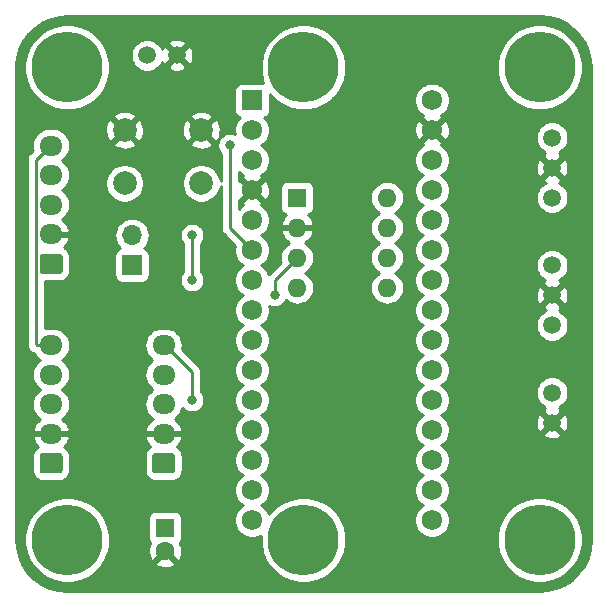
<source format=gtl>
G04 #@! TF.GenerationSoftware,KiCad,Pcbnew,(5.1.2)-2*
G04 #@! TF.CreationDate,2019-12-10T15:16:51+09:00*
G04 #@! TF.ProjectId,cap-sensor,6361702d-7365-46e7-936f-722e6b696361,rev?*
G04 #@! TF.SameCoordinates,Original*
G04 #@! TF.FileFunction,Copper,L1,Top*
G04 #@! TF.FilePolarity,Positive*
%FSLAX46Y46*%
G04 Gerber Fmt 4.6, Leading zero omitted, Abs format (unit mm)*
G04 Created by KiCad (PCBNEW (5.1.2)-2) date 2019-12-10 15:16:51*
%MOMM*%
%LPD*%
G04 APERTURE LIST*
%ADD10R,1.600000X1.600000*%
%ADD11C,1.600000*%
%ADD12R,1.725000X1.725000*%
%ADD13C,1.725000*%
%ADD14C,1.500000*%
%ADD15R,1.700000X1.700000*%
%ADD16O,1.700000X1.700000*%
%ADD17C,2.000000*%
%ADD18O,1.600000X1.600000*%
%ADD19C,0.150000*%
%ADD20C,1.700000*%
%ADD21O,1.950000X1.700000*%
%ADD22C,6.000000*%
%ADD23C,0.800000*%
%ADD24C,0.250000*%
%ADD25C,0.254000*%
G04 APERTURE END LIST*
D10*
X113284000Y-93980000D03*
D11*
X113284000Y-95980000D03*
D12*
X120650000Y-57785000D03*
D13*
X120650000Y-60325000D03*
X120650000Y-62865000D03*
X120650000Y-65405000D03*
X120650000Y-67945000D03*
X120650000Y-70485000D03*
X120650000Y-73025000D03*
X120650000Y-75565000D03*
X120650000Y-78105000D03*
X120650000Y-80645000D03*
X120650000Y-83185000D03*
X120650000Y-85725000D03*
X120650000Y-88265000D03*
X120650000Y-90805000D03*
X120650000Y-93345000D03*
X135890000Y-93345000D03*
X135890000Y-90805000D03*
X135890000Y-88265000D03*
X135890000Y-85725000D03*
X135890000Y-83185000D03*
X135890000Y-80645000D03*
X135890000Y-78105000D03*
X135890000Y-75565000D03*
X135890000Y-73025000D03*
X135890000Y-70485000D03*
X135890000Y-67945000D03*
X135890000Y-65405000D03*
X135890000Y-62865000D03*
X135890000Y-60325000D03*
X135890000Y-57785000D03*
D14*
X146050000Y-85090000D03*
X146050000Y-82550000D03*
X111760000Y-53975000D03*
X114300000Y-53975000D03*
X146050000Y-66040000D03*
X146050000Y-63500000D03*
X146050000Y-60960000D03*
X146050000Y-71755000D03*
X146050000Y-74295000D03*
X146050000Y-76835000D03*
D15*
X110490000Y-71755000D03*
D16*
X110490000Y-69215000D03*
D17*
X109855000Y-64825000D03*
X109855000Y-60325000D03*
X116355000Y-64825000D03*
X116355000Y-60325000D03*
D10*
X124460000Y-66040000D03*
D18*
X132080000Y-73660000D03*
X124460000Y-68580000D03*
X132080000Y-71120000D03*
X124460000Y-71120000D03*
X132080000Y-68580000D03*
X124460000Y-73660000D03*
X132080000Y-66040000D03*
D19*
G36*
X104381504Y-70779204D02*
G01*
X104405773Y-70782804D01*
X104429571Y-70788765D01*
X104452671Y-70797030D01*
X104474849Y-70807520D01*
X104495893Y-70820133D01*
X104515598Y-70834747D01*
X104533777Y-70851223D01*
X104550253Y-70869402D01*
X104564867Y-70889107D01*
X104577480Y-70910151D01*
X104587970Y-70932329D01*
X104596235Y-70955429D01*
X104602196Y-70979227D01*
X104605796Y-71003496D01*
X104607000Y-71028000D01*
X104607000Y-72228000D01*
X104605796Y-72252504D01*
X104602196Y-72276773D01*
X104596235Y-72300571D01*
X104587970Y-72323671D01*
X104577480Y-72345849D01*
X104564867Y-72366893D01*
X104550253Y-72386598D01*
X104533777Y-72404777D01*
X104515598Y-72421253D01*
X104495893Y-72435867D01*
X104474849Y-72448480D01*
X104452671Y-72458970D01*
X104429571Y-72467235D01*
X104405773Y-72473196D01*
X104381504Y-72476796D01*
X104357000Y-72478000D01*
X102907000Y-72478000D01*
X102882496Y-72476796D01*
X102858227Y-72473196D01*
X102834429Y-72467235D01*
X102811329Y-72458970D01*
X102789151Y-72448480D01*
X102768107Y-72435867D01*
X102748402Y-72421253D01*
X102730223Y-72404777D01*
X102713747Y-72386598D01*
X102699133Y-72366893D01*
X102686520Y-72345849D01*
X102676030Y-72323671D01*
X102667765Y-72300571D01*
X102661804Y-72276773D01*
X102658204Y-72252504D01*
X102657000Y-72228000D01*
X102657000Y-71028000D01*
X102658204Y-71003496D01*
X102661804Y-70979227D01*
X102667765Y-70955429D01*
X102676030Y-70932329D01*
X102686520Y-70910151D01*
X102699133Y-70889107D01*
X102713747Y-70869402D01*
X102730223Y-70851223D01*
X102748402Y-70834747D01*
X102768107Y-70820133D01*
X102789151Y-70807520D01*
X102811329Y-70797030D01*
X102834429Y-70788765D01*
X102858227Y-70782804D01*
X102882496Y-70779204D01*
X102907000Y-70778000D01*
X104357000Y-70778000D01*
X104381504Y-70779204D01*
X104381504Y-70779204D01*
G37*
D20*
X103632000Y-71628000D03*
D21*
X103632000Y-69128000D03*
X103632000Y-66628000D03*
X103632000Y-64128000D03*
X103632000Y-61628000D03*
X113157000Y-78519000D03*
X113157000Y-81019000D03*
X113157000Y-83519000D03*
X113157000Y-86019000D03*
D19*
G36*
X113906504Y-87670204D02*
G01*
X113930773Y-87673804D01*
X113954571Y-87679765D01*
X113977671Y-87688030D01*
X113999849Y-87698520D01*
X114020893Y-87711133D01*
X114040598Y-87725747D01*
X114058777Y-87742223D01*
X114075253Y-87760402D01*
X114089867Y-87780107D01*
X114102480Y-87801151D01*
X114112970Y-87823329D01*
X114121235Y-87846429D01*
X114127196Y-87870227D01*
X114130796Y-87894496D01*
X114132000Y-87919000D01*
X114132000Y-89119000D01*
X114130796Y-89143504D01*
X114127196Y-89167773D01*
X114121235Y-89191571D01*
X114112970Y-89214671D01*
X114102480Y-89236849D01*
X114089867Y-89257893D01*
X114075253Y-89277598D01*
X114058777Y-89295777D01*
X114040598Y-89312253D01*
X114020893Y-89326867D01*
X113999849Y-89339480D01*
X113977671Y-89349970D01*
X113954571Y-89358235D01*
X113930773Y-89364196D01*
X113906504Y-89367796D01*
X113882000Y-89369000D01*
X112432000Y-89369000D01*
X112407496Y-89367796D01*
X112383227Y-89364196D01*
X112359429Y-89358235D01*
X112336329Y-89349970D01*
X112314151Y-89339480D01*
X112293107Y-89326867D01*
X112273402Y-89312253D01*
X112255223Y-89295777D01*
X112238747Y-89277598D01*
X112224133Y-89257893D01*
X112211520Y-89236849D01*
X112201030Y-89214671D01*
X112192765Y-89191571D01*
X112186804Y-89167773D01*
X112183204Y-89143504D01*
X112182000Y-89119000D01*
X112182000Y-87919000D01*
X112183204Y-87894496D01*
X112186804Y-87870227D01*
X112192765Y-87846429D01*
X112201030Y-87823329D01*
X112211520Y-87801151D01*
X112224133Y-87780107D01*
X112238747Y-87760402D01*
X112255223Y-87742223D01*
X112273402Y-87725747D01*
X112293107Y-87711133D01*
X112314151Y-87698520D01*
X112336329Y-87688030D01*
X112359429Y-87679765D01*
X112383227Y-87673804D01*
X112407496Y-87670204D01*
X112432000Y-87669000D01*
X113882000Y-87669000D01*
X113906504Y-87670204D01*
X113906504Y-87670204D01*
G37*
D20*
X113157000Y-88519000D03*
D19*
G36*
X104381504Y-87670204D02*
G01*
X104405773Y-87673804D01*
X104429571Y-87679765D01*
X104452671Y-87688030D01*
X104474849Y-87698520D01*
X104495893Y-87711133D01*
X104515598Y-87725747D01*
X104533777Y-87742223D01*
X104550253Y-87760402D01*
X104564867Y-87780107D01*
X104577480Y-87801151D01*
X104587970Y-87823329D01*
X104596235Y-87846429D01*
X104602196Y-87870227D01*
X104605796Y-87894496D01*
X104607000Y-87919000D01*
X104607000Y-89119000D01*
X104605796Y-89143504D01*
X104602196Y-89167773D01*
X104596235Y-89191571D01*
X104587970Y-89214671D01*
X104577480Y-89236849D01*
X104564867Y-89257893D01*
X104550253Y-89277598D01*
X104533777Y-89295777D01*
X104515598Y-89312253D01*
X104495893Y-89326867D01*
X104474849Y-89339480D01*
X104452671Y-89349970D01*
X104429571Y-89358235D01*
X104405773Y-89364196D01*
X104381504Y-89367796D01*
X104357000Y-89369000D01*
X102907000Y-89369000D01*
X102882496Y-89367796D01*
X102858227Y-89364196D01*
X102834429Y-89358235D01*
X102811329Y-89349970D01*
X102789151Y-89339480D01*
X102768107Y-89326867D01*
X102748402Y-89312253D01*
X102730223Y-89295777D01*
X102713747Y-89277598D01*
X102699133Y-89257893D01*
X102686520Y-89236849D01*
X102676030Y-89214671D01*
X102667765Y-89191571D01*
X102661804Y-89167773D01*
X102658204Y-89143504D01*
X102657000Y-89119000D01*
X102657000Y-87919000D01*
X102658204Y-87894496D01*
X102661804Y-87870227D01*
X102667765Y-87846429D01*
X102676030Y-87823329D01*
X102686520Y-87801151D01*
X102699133Y-87780107D01*
X102713747Y-87760402D01*
X102730223Y-87742223D01*
X102748402Y-87725747D01*
X102768107Y-87711133D01*
X102789151Y-87698520D01*
X102811329Y-87688030D01*
X102834429Y-87679765D01*
X102858227Y-87673804D01*
X102882496Y-87670204D01*
X102907000Y-87669000D01*
X104357000Y-87669000D01*
X104381504Y-87670204D01*
X104381504Y-87670204D01*
G37*
D20*
X103632000Y-88519000D03*
D21*
X103632000Y-86019000D03*
X103632000Y-83519000D03*
X103632000Y-81019000D03*
X103632000Y-78519000D03*
D22*
X105000000Y-55000000D03*
X105000000Y-95000000D03*
X145000000Y-95000000D03*
X145000000Y-55000000D03*
X125000000Y-95000000D03*
X125000000Y-55000000D03*
D23*
X126365000Y-69070000D03*
X132080000Y-59055000D03*
X122555000Y-74295000D03*
X118745000Y-61595000D03*
X115570000Y-73025000D03*
X115570000Y-69215000D03*
X115570000Y-83185000D03*
D24*
X124460000Y-71120000D02*
X122555000Y-73025000D01*
X122555000Y-73025000D02*
X122555000Y-74295000D01*
X120650000Y-70485000D02*
X118745000Y-68580000D01*
X118745000Y-68580000D02*
X118745000Y-61595000D01*
X115570000Y-73025000D02*
X115570000Y-69215000D01*
X103507000Y-61628000D02*
X103632000Y-61628000D01*
X102331990Y-62803010D02*
X103507000Y-61628000D01*
X102331990Y-78443990D02*
X102331990Y-62803010D01*
X102407000Y-78519000D02*
X102331990Y-78443990D01*
X103632000Y-78519000D02*
X102407000Y-78519000D01*
X115570000Y-80807000D02*
X115570000Y-83185000D01*
X113157000Y-78519000D02*
X113282000Y-78519000D01*
X113282000Y-78519000D02*
X115570000Y-80807000D01*
D25*
G36*
X145768083Y-50731173D02*
G01*
X146511891Y-50934656D01*
X147207905Y-51266638D01*
X147834130Y-51716626D01*
X148370777Y-52270403D01*
X148800871Y-52910451D01*
X149110829Y-53616553D01*
X149292065Y-54371457D01*
X149340000Y-55024207D01*
X149340001Y-94970597D01*
X149268827Y-95768083D01*
X149065344Y-96511890D01*
X148733363Y-97207904D01*
X148283374Y-97834130D01*
X147729597Y-98370777D01*
X147089549Y-98800871D01*
X146383447Y-99110829D01*
X145628543Y-99292065D01*
X144975793Y-99340000D01*
X105029392Y-99340000D01*
X104231917Y-99268827D01*
X103488110Y-99065344D01*
X102792096Y-98733363D01*
X102165870Y-98283374D01*
X101629223Y-97729597D01*
X101199129Y-97089549D01*
X100889171Y-96383447D01*
X100707935Y-95628543D01*
X100660000Y-94975793D01*
X100660000Y-94641984D01*
X101365000Y-94641984D01*
X101365000Y-95358016D01*
X101504691Y-96060290D01*
X101778705Y-96721818D01*
X102176511Y-97317177D01*
X102682823Y-97823489D01*
X103278182Y-98221295D01*
X103939710Y-98495309D01*
X104641984Y-98635000D01*
X105358016Y-98635000D01*
X106060290Y-98495309D01*
X106721818Y-98221295D01*
X107317177Y-97823489D01*
X107823489Y-97317177D01*
X108053659Y-96972702D01*
X112470903Y-96972702D01*
X112542486Y-97216671D01*
X112797996Y-97337571D01*
X113072184Y-97406300D01*
X113354512Y-97420217D01*
X113634130Y-97378787D01*
X113900292Y-97283603D01*
X114025514Y-97216671D01*
X114097097Y-96972702D01*
X113284000Y-96159605D01*
X112470903Y-96972702D01*
X108053659Y-96972702D01*
X108221295Y-96721818D01*
X108495309Y-96060290D01*
X108497253Y-96050512D01*
X111843783Y-96050512D01*
X111885213Y-96330130D01*
X111980397Y-96596292D01*
X112047329Y-96721514D01*
X112291298Y-96793097D01*
X113104395Y-95980000D01*
X113090253Y-95965858D01*
X113269858Y-95786253D01*
X113284000Y-95800395D01*
X113298143Y-95786253D01*
X113477748Y-95965858D01*
X113463605Y-95980000D01*
X114276702Y-96793097D01*
X114520671Y-96721514D01*
X114641571Y-96466004D01*
X114710300Y-96191816D01*
X114724217Y-95909488D01*
X114682787Y-95629870D01*
X114587603Y-95363708D01*
X114522384Y-95241691D01*
X114535185Y-95231185D01*
X114614537Y-95134494D01*
X114673502Y-95024180D01*
X114709812Y-94904482D01*
X114722072Y-94780000D01*
X114722072Y-93180000D01*
X114709812Y-93055518D01*
X114673502Y-92935820D01*
X114614537Y-92825506D01*
X114535185Y-92728815D01*
X114438494Y-92649463D01*
X114328180Y-92590498D01*
X114208482Y-92554188D01*
X114084000Y-92541928D01*
X112484000Y-92541928D01*
X112359518Y-92554188D01*
X112239820Y-92590498D01*
X112129506Y-92649463D01*
X112032815Y-92728815D01*
X111953463Y-92825506D01*
X111894498Y-92935820D01*
X111858188Y-93055518D01*
X111845928Y-93180000D01*
X111845928Y-94780000D01*
X111858188Y-94904482D01*
X111894498Y-95024180D01*
X111953463Y-95134494D01*
X112032815Y-95231185D01*
X112045758Y-95241807D01*
X111926429Y-95493996D01*
X111857700Y-95768184D01*
X111843783Y-96050512D01*
X108497253Y-96050512D01*
X108635000Y-95358016D01*
X108635000Y-94641984D01*
X108495309Y-93939710D01*
X108221295Y-93278182D01*
X107823489Y-92682823D01*
X107317177Y-92176511D01*
X106721818Y-91778705D01*
X106060290Y-91504691D01*
X105358016Y-91365000D01*
X104641984Y-91365000D01*
X103939710Y-91504691D01*
X103278182Y-91778705D01*
X102682823Y-92176511D01*
X102176511Y-92682823D01*
X101778705Y-93278182D01*
X101504691Y-93939710D01*
X101365000Y-94641984D01*
X100660000Y-94641984D01*
X100660000Y-87919000D01*
X102018928Y-87919000D01*
X102018928Y-89119000D01*
X102035992Y-89292254D01*
X102086528Y-89458850D01*
X102168595Y-89612386D01*
X102279038Y-89746962D01*
X102413614Y-89857405D01*
X102567150Y-89939472D01*
X102733746Y-89990008D01*
X102907000Y-90007072D01*
X104357000Y-90007072D01*
X104530254Y-89990008D01*
X104696850Y-89939472D01*
X104850386Y-89857405D01*
X104984962Y-89746962D01*
X105095405Y-89612386D01*
X105177472Y-89458850D01*
X105228008Y-89292254D01*
X105245072Y-89119000D01*
X105245072Y-87919000D01*
X111543928Y-87919000D01*
X111543928Y-89119000D01*
X111560992Y-89292254D01*
X111611528Y-89458850D01*
X111693595Y-89612386D01*
X111804038Y-89746962D01*
X111938614Y-89857405D01*
X112092150Y-89939472D01*
X112258746Y-89990008D01*
X112432000Y-90007072D01*
X113882000Y-90007072D01*
X114055254Y-89990008D01*
X114221850Y-89939472D01*
X114375386Y-89857405D01*
X114509962Y-89746962D01*
X114620405Y-89612386D01*
X114702472Y-89458850D01*
X114753008Y-89292254D01*
X114770072Y-89119000D01*
X114770072Y-87919000D01*
X114753008Y-87745746D01*
X114702472Y-87579150D01*
X114620405Y-87425614D01*
X114509962Y-87291038D01*
X114375386Y-87180595D01*
X114270039Y-87124286D01*
X114291429Y-87108049D01*
X114484496Y-86890193D01*
X114631352Y-86638858D01*
X114723476Y-86375890D01*
X114602155Y-86146000D01*
X113284000Y-86146000D01*
X113284000Y-86166000D01*
X113030000Y-86166000D01*
X113030000Y-86146000D01*
X111711845Y-86146000D01*
X111590524Y-86375890D01*
X111682648Y-86638858D01*
X111829504Y-86890193D01*
X112022571Y-87108049D01*
X112043961Y-87124286D01*
X111938614Y-87180595D01*
X111804038Y-87291038D01*
X111693595Y-87425614D01*
X111611528Y-87579150D01*
X111560992Y-87745746D01*
X111543928Y-87919000D01*
X105245072Y-87919000D01*
X105228008Y-87745746D01*
X105177472Y-87579150D01*
X105095405Y-87425614D01*
X104984962Y-87291038D01*
X104850386Y-87180595D01*
X104745039Y-87124286D01*
X104766429Y-87108049D01*
X104959496Y-86890193D01*
X105106352Y-86638858D01*
X105198476Y-86375890D01*
X105077155Y-86146000D01*
X103759000Y-86146000D01*
X103759000Y-86166000D01*
X103505000Y-86166000D01*
X103505000Y-86146000D01*
X102186845Y-86146000D01*
X102065524Y-86375890D01*
X102157648Y-86638858D01*
X102304504Y-86890193D01*
X102497571Y-87108049D01*
X102518961Y-87124286D01*
X102413614Y-87180595D01*
X102279038Y-87291038D01*
X102168595Y-87425614D01*
X102086528Y-87579150D01*
X102035992Y-87745746D01*
X102018928Y-87919000D01*
X100660000Y-87919000D01*
X100660000Y-62803010D01*
X101568314Y-62803010D01*
X101571991Y-62840343D01*
X101571990Y-78406668D01*
X101568314Y-78443990D01*
X101571990Y-78481312D01*
X101571990Y-78481322D01*
X101582987Y-78592975D01*
X101605741Y-78667985D01*
X101626444Y-78736236D01*
X101697016Y-78868266D01*
X101736861Y-78916816D01*
X101791989Y-78983991D01*
X101820993Y-79007794D01*
X101843196Y-79029997D01*
X101866999Y-79059001D01*
X101982724Y-79153974D01*
X102114753Y-79224546D01*
X102216854Y-79255517D01*
X102266294Y-79348014D01*
X102451866Y-79574134D01*
X102677986Y-79759706D01*
X102695374Y-79769000D01*
X102677986Y-79778294D01*
X102451866Y-79963866D01*
X102266294Y-80189986D01*
X102128401Y-80447966D01*
X102043487Y-80727889D01*
X102014815Y-81019000D01*
X102043487Y-81310111D01*
X102128401Y-81590034D01*
X102266294Y-81848014D01*
X102451866Y-82074134D01*
X102677986Y-82259706D01*
X102695374Y-82269000D01*
X102677986Y-82278294D01*
X102451866Y-82463866D01*
X102266294Y-82689986D01*
X102128401Y-82947966D01*
X102043487Y-83227889D01*
X102014815Y-83519000D01*
X102043487Y-83810111D01*
X102128401Y-84090034D01*
X102266294Y-84348014D01*
X102451866Y-84574134D01*
X102677986Y-84759706D01*
X102703722Y-84773462D01*
X102497571Y-84929951D01*
X102304504Y-85147807D01*
X102157648Y-85399142D01*
X102065524Y-85662110D01*
X102186845Y-85892000D01*
X103505000Y-85892000D01*
X103505000Y-85872000D01*
X103759000Y-85872000D01*
X103759000Y-85892000D01*
X105077155Y-85892000D01*
X105198476Y-85662110D01*
X105106352Y-85399142D01*
X104959496Y-85147807D01*
X104766429Y-84929951D01*
X104560278Y-84773462D01*
X104586014Y-84759706D01*
X104812134Y-84574134D01*
X104997706Y-84348014D01*
X105135599Y-84090034D01*
X105220513Y-83810111D01*
X105249185Y-83519000D01*
X105220513Y-83227889D01*
X105135599Y-82947966D01*
X104997706Y-82689986D01*
X104812134Y-82463866D01*
X104586014Y-82278294D01*
X104568626Y-82269000D01*
X104586014Y-82259706D01*
X104812134Y-82074134D01*
X104997706Y-81848014D01*
X105135599Y-81590034D01*
X105220513Y-81310111D01*
X105249185Y-81019000D01*
X105220513Y-80727889D01*
X105135599Y-80447966D01*
X104997706Y-80189986D01*
X104812134Y-79963866D01*
X104586014Y-79778294D01*
X104568626Y-79769000D01*
X104586014Y-79759706D01*
X104812134Y-79574134D01*
X104997706Y-79348014D01*
X105135599Y-79090034D01*
X105220513Y-78810111D01*
X105249185Y-78519000D01*
X111539815Y-78519000D01*
X111568487Y-78810111D01*
X111653401Y-79090034D01*
X111791294Y-79348014D01*
X111976866Y-79574134D01*
X112202986Y-79759706D01*
X112220374Y-79769000D01*
X112202986Y-79778294D01*
X111976866Y-79963866D01*
X111791294Y-80189986D01*
X111653401Y-80447966D01*
X111568487Y-80727889D01*
X111539815Y-81019000D01*
X111568487Y-81310111D01*
X111653401Y-81590034D01*
X111791294Y-81848014D01*
X111976866Y-82074134D01*
X112202986Y-82259706D01*
X112220374Y-82269000D01*
X112202986Y-82278294D01*
X111976866Y-82463866D01*
X111791294Y-82689986D01*
X111653401Y-82947966D01*
X111568487Y-83227889D01*
X111539815Y-83519000D01*
X111568487Y-83810111D01*
X111653401Y-84090034D01*
X111791294Y-84348014D01*
X111976866Y-84574134D01*
X112202986Y-84759706D01*
X112228722Y-84773462D01*
X112022571Y-84929951D01*
X111829504Y-85147807D01*
X111682648Y-85399142D01*
X111590524Y-85662110D01*
X111711845Y-85892000D01*
X113030000Y-85892000D01*
X113030000Y-85872000D01*
X113284000Y-85872000D01*
X113284000Y-85892000D01*
X114602155Y-85892000D01*
X114723476Y-85662110D01*
X114631352Y-85399142D01*
X114484496Y-85147807D01*
X114291429Y-84929951D01*
X114085278Y-84773462D01*
X114111014Y-84759706D01*
X114337134Y-84574134D01*
X114522706Y-84348014D01*
X114660599Y-84090034D01*
X114744698Y-83812799D01*
X114766063Y-83844774D01*
X114910226Y-83988937D01*
X115079744Y-84102205D01*
X115268102Y-84180226D01*
X115468061Y-84220000D01*
X115671939Y-84220000D01*
X115871898Y-84180226D01*
X116060256Y-84102205D01*
X116229774Y-83988937D01*
X116373937Y-83844774D01*
X116487205Y-83675256D01*
X116565226Y-83486898D01*
X116605000Y-83286939D01*
X116605000Y-83083061D01*
X116565226Y-82883102D01*
X116487205Y-82694744D01*
X116373937Y-82525226D01*
X116330000Y-82481289D01*
X116330000Y-80844325D01*
X116333676Y-80807000D01*
X116330000Y-80769675D01*
X116330000Y-80769667D01*
X116319003Y-80658014D01*
X116275546Y-80514753D01*
X116204974Y-80382724D01*
X116110001Y-80266999D01*
X116081004Y-80243202D01*
X114722797Y-78884996D01*
X114745513Y-78810111D01*
X114774185Y-78519000D01*
X114745513Y-78227889D01*
X114660599Y-77947966D01*
X114522706Y-77689986D01*
X114337134Y-77463866D01*
X114111014Y-77278294D01*
X113853034Y-77140401D01*
X113573111Y-77055487D01*
X113354950Y-77034000D01*
X112959050Y-77034000D01*
X112740889Y-77055487D01*
X112460966Y-77140401D01*
X112202986Y-77278294D01*
X111976866Y-77463866D01*
X111791294Y-77689986D01*
X111653401Y-77947966D01*
X111568487Y-78227889D01*
X111539815Y-78519000D01*
X105249185Y-78519000D01*
X105220513Y-78227889D01*
X105135599Y-77947966D01*
X104997706Y-77689986D01*
X104812134Y-77463866D01*
X104586014Y-77278294D01*
X104328034Y-77140401D01*
X104048111Y-77055487D01*
X103829950Y-77034000D01*
X103434050Y-77034000D01*
X103215889Y-77055487D01*
X103091990Y-77093071D01*
X103091990Y-73116072D01*
X104357000Y-73116072D01*
X104530254Y-73099008D01*
X104696850Y-73048472D01*
X104850386Y-72966405D01*
X104984962Y-72855962D01*
X105095405Y-72721386D01*
X105177472Y-72567850D01*
X105228008Y-72401254D01*
X105245072Y-72228000D01*
X105245072Y-71028000D01*
X105228008Y-70854746D01*
X105177472Y-70688150D01*
X105095405Y-70534614D01*
X104984962Y-70400038D01*
X104850386Y-70289595D01*
X104745039Y-70233286D01*
X104766429Y-70217049D01*
X104959496Y-69999193D01*
X105106352Y-69747858D01*
X105198476Y-69484890D01*
X105077155Y-69255000D01*
X103759000Y-69255000D01*
X103759000Y-69275000D01*
X103505000Y-69275000D01*
X103505000Y-69255000D01*
X103485000Y-69255000D01*
X103485000Y-69215000D01*
X108997815Y-69215000D01*
X109026487Y-69506111D01*
X109111401Y-69786034D01*
X109249294Y-70044014D01*
X109434866Y-70270134D01*
X109464687Y-70294607D01*
X109395820Y-70315498D01*
X109285506Y-70374463D01*
X109188815Y-70453815D01*
X109109463Y-70550506D01*
X109050498Y-70660820D01*
X109014188Y-70780518D01*
X109001928Y-70905000D01*
X109001928Y-72605000D01*
X109014188Y-72729482D01*
X109050498Y-72849180D01*
X109109463Y-72959494D01*
X109188815Y-73056185D01*
X109285506Y-73135537D01*
X109395820Y-73194502D01*
X109515518Y-73230812D01*
X109640000Y-73243072D01*
X111340000Y-73243072D01*
X111464482Y-73230812D01*
X111584180Y-73194502D01*
X111694494Y-73135537D01*
X111791185Y-73056185D01*
X111870537Y-72959494D01*
X111929502Y-72849180D01*
X111965812Y-72729482D01*
X111978072Y-72605000D01*
X111978072Y-70905000D01*
X111965812Y-70780518D01*
X111929502Y-70660820D01*
X111870537Y-70550506D01*
X111791185Y-70453815D01*
X111694494Y-70374463D01*
X111584180Y-70315498D01*
X111515313Y-70294607D01*
X111545134Y-70270134D01*
X111730706Y-70044014D01*
X111868599Y-69786034D01*
X111953513Y-69506111D01*
X111982185Y-69215000D01*
X111972145Y-69113061D01*
X114535000Y-69113061D01*
X114535000Y-69316939D01*
X114574774Y-69516898D01*
X114652795Y-69705256D01*
X114766063Y-69874774D01*
X114810001Y-69918712D01*
X114810000Y-72321289D01*
X114766063Y-72365226D01*
X114652795Y-72534744D01*
X114574774Y-72723102D01*
X114535000Y-72923061D01*
X114535000Y-73126939D01*
X114574774Y-73326898D01*
X114652795Y-73515256D01*
X114766063Y-73684774D01*
X114910226Y-73828937D01*
X115079744Y-73942205D01*
X115268102Y-74020226D01*
X115468061Y-74060000D01*
X115671939Y-74060000D01*
X115871898Y-74020226D01*
X116060256Y-73942205D01*
X116229774Y-73828937D01*
X116373937Y-73684774D01*
X116487205Y-73515256D01*
X116565226Y-73326898D01*
X116605000Y-73126939D01*
X116605000Y-72923061D01*
X116565226Y-72723102D01*
X116487205Y-72534744D01*
X116373937Y-72365226D01*
X116330000Y-72321289D01*
X116330000Y-69918711D01*
X116373937Y-69874774D01*
X116487205Y-69705256D01*
X116565226Y-69516898D01*
X116605000Y-69316939D01*
X116605000Y-69113061D01*
X116565226Y-68913102D01*
X116487205Y-68724744D01*
X116373937Y-68555226D01*
X116229774Y-68411063D01*
X116060256Y-68297795D01*
X115871898Y-68219774D01*
X115671939Y-68180000D01*
X115468061Y-68180000D01*
X115268102Y-68219774D01*
X115079744Y-68297795D01*
X114910226Y-68411063D01*
X114766063Y-68555226D01*
X114652795Y-68724744D01*
X114574774Y-68913102D01*
X114535000Y-69113061D01*
X111972145Y-69113061D01*
X111953513Y-68923889D01*
X111868599Y-68643966D01*
X111730706Y-68385986D01*
X111545134Y-68159866D01*
X111319014Y-67974294D01*
X111061034Y-67836401D01*
X110781111Y-67751487D01*
X110562950Y-67730000D01*
X110417050Y-67730000D01*
X110198889Y-67751487D01*
X109918966Y-67836401D01*
X109660986Y-67974294D01*
X109434866Y-68159866D01*
X109249294Y-68385986D01*
X109111401Y-68643966D01*
X109026487Y-68923889D01*
X108997815Y-69215000D01*
X103485000Y-69215000D01*
X103485000Y-69001000D01*
X103505000Y-69001000D01*
X103505000Y-68981000D01*
X103759000Y-68981000D01*
X103759000Y-69001000D01*
X105077155Y-69001000D01*
X105198476Y-68771110D01*
X105106352Y-68508142D01*
X104959496Y-68256807D01*
X104766429Y-68038951D01*
X104560278Y-67882462D01*
X104586014Y-67868706D01*
X104812134Y-67683134D01*
X104997706Y-67457014D01*
X105135599Y-67199034D01*
X105220513Y-66919111D01*
X105249185Y-66628000D01*
X105220513Y-66336889D01*
X105135599Y-66056966D01*
X104997706Y-65798986D01*
X104812134Y-65572866D01*
X104586014Y-65387294D01*
X104568626Y-65378000D01*
X104586014Y-65368706D01*
X104812134Y-65183134D01*
X104997706Y-64957014D01*
X105135599Y-64699034D01*
X105146236Y-64663967D01*
X108220000Y-64663967D01*
X108220000Y-64986033D01*
X108282832Y-65301912D01*
X108406082Y-65599463D01*
X108585013Y-65867252D01*
X108812748Y-66094987D01*
X109080537Y-66273918D01*
X109378088Y-66397168D01*
X109693967Y-66460000D01*
X110016033Y-66460000D01*
X110331912Y-66397168D01*
X110629463Y-66273918D01*
X110897252Y-66094987D01*
X111124987Y-65867252D01*
X111303918Y-65599463D01*
X111427168Y-65301912D01*
X111490000Y-64986033D01*
X111490000Y-64663967D01*
X114720000Y-64663967D01*
X114720000Y-64986033D01*
X114782832Y-65301912D01*
X114906082Y-65599463D01*
X115085013Y-65867252D01*
X115312748Y-66094987D01*
X115580537Y-66273918D01*
X115878088Y-66397168D01*
X116193967Y-66460000D01*
X116516033Y-66460000D01*
X116831912Y-66397168D01*
X117129463Y-66273918D01*
X117397252Y-66094987D01*
X117624987Y-65867252D01*
X117803918Y-65599463D01*
X117927168Y-65301912D01*
X117985001Y-65011167D01*
X117985000Y-68542677D01*
X117981324Y-68580000D01*
X117985000Y-68617322D01*
X117985000Y-68617332D01*
X117995997Y-68728985D01*
X118036136Y-68861309D01*
X118039454Y-68872246D01*
X118110026Y-69004276D01*
X118143487Y-69045048D01*
X118204999Y-69120001D01*
X118234003Y-69143804D01*
X119198160Y-70107961D01*
X119152500Y-70337509D01*
X119152500Y-70632491D01*
X119210048Y-70921805D01*
X119322933Y-71194332D01*
X119486816Y-71439601D01*
X119695399Y-71648184D01*
X119855261Y-71755000D01*
X119695399Y-71861816D01*
X119486816Y-72070399D01*
X119322933Y-72315668D01*
X119210048Y-72588195D01*
X119152500Y-72877509D01*
X119152500Y-73172491D01*
X119210048Y-73461805D01*
X119322933Y-73734332D01*
X119486816Y-73979601D01*
X119695399Y-74188184D01*
X119855261Y-74295000D01*
X119695399Y-74401816D01*
X119486816Y-74610399D01*
X119322933Y-74855668D01*
X119210048Y-75128195D01*
X119152500Y-75417509D01*
X119152500Y-75712491D01*
X119210048Y-76001805D01*
X119322933Y-76274332D01*
X119486816Y-76519601D01*
X119695399Y-76728184D01*
X119855261Y-76835000D01*
X119695399Y-76941816D01*
X119486816Y-77150399D01*
X119322933Y-77395668D01*
X119210048Y-77668195D01*
X119152500Y-77957509D01*
X119152500Y-78252491D01*
X119210048Y-78541805D01*
X119322933Y-78814332D01*
X119486816Y-79059601D01*
X119695399Y-79268184D01*
X119855261Y-79375000D01*
X119695399Y-79481816D01*
X119486816Y-79690399D01*
X119322933Y-79935668D01*
X119210048Y-80208195D01*
X119152500Y-80497509D01*
X119152500Y-80792491D01*
X119210048Y-81081805D01*
X119322933Y-81354332D01*
X119486816Y-81599601D01*
X119695399Y-81808184D01*
X119855261Y-81915000D01*
X119695399Y-82021816D01*
X119486816Y-82230399D01*
X119322933Y-82475668D01*
X119210048Y-82748195D01*
X119152500Y-83037509D01*
X119152500Y-83332491D01*
X119210048Y-83621805D01*
X119322933Y-83894332D01*
X119486816Y-84139601D01*
X119695399Y-84348184D01*
X119855261Y-84455000D01*
X119695399Y-84561816D01*
X119486816Y-84770399D01*
X119322933Y-85015668D01*
X119210048Y-85288195D01*
X119152500Y-85577509D01*
X119152500Y-85872491D01*
X119210048Y-86161805D01*
X119322933Y-86434332D01*
X119486816Y-86679601D01*
X119695399Y-86888184D01*
X119855261Y-86995000D01*
X119695399Y-87101816D01*
X119486816Y-87310399D01*
X119322933Y-87555668D01*
X119210048Y-87828195D01*
X119152500Y-88117509D01*
X119152500Y-88412491D01*
X119210048Y-88701805D01*
X119322933Y-88974332D01*
X119486816Y-89219601D01*
X119695399Y-89428184D01*
X119855261Y-89535000D01*
X119695399Y-89641816D01*
X119486816Y-89850399D01*
X119322933Y-90095668D01*
X119210048Y-90368195D01*
X119152500Y-90657509D01*
X119152500Y-90952491D01*
X119210048Y-91241805D01*
X119322933Y-91514332D01*
X119486816Y-91759601D01*
X119695399Y-91968184D01*
X119855261Y-92075000D01*
X119695399Y-92181816D01*
X119486816Y-92390399D01*
X119322933Y-92635668D01*
X119210048Y-92908195D01*
X119152500Y-93197509D01*
X119152500Y-93492491D01*
X119210048Y-93781805D01*
X119322933Y-94054332D01*
X119486816Y-94299601D01*
X119695399Y-94508184D01*
X119940668Y-94672067D01*
X120213195Y-94784952D01*
X120502509Y-94842500D01*
X120797491Y-94842500D01*
X121086805Y-94784952D01*
X121359332Y-94672067D01*
X121365000Y-94668280D01*
X121365000Y-95358016D01*
X121504691Y-96060290D01*
X121778705Y-96721818D01*
X122176511Y-97317177D01*
X122682823Y-97823489D01*
X123278182Y-98221295D01*
X123939710Y-98495309D01*
X124641984Y-98635000D01*
X125358016Y-98635000D01*
X126060290Y-98495309D01*
X126721818Y-98221295D01*
X127317177Y-97823489D01*
X127823489Y-97317177D01*
X128221295Y-96721818D01*
X128495309Y-96060290D01*
X128635000Y-95358016D01*
X128635000Y-94641984D01*
X128495309Y-93939710D01*
X128221295Y-93278182D01*
X127823489Y-92682823D01*
X127317177Y-92176511D01*
X126721818Y-91778705D01*
X126060290Y-91504691D01*
X125358016Y-91365000D01*
X124641984Y-91365000D01*
X123939710Y-91504691D01*
X123278182Y-91778705D01*
X122682823Y-92176511D01*
X122176511Y-92682823D01*
X122065449Y-92849039D01*
X121977067Y-92635668D01*
X121813184Y-92390399D01*
X121604601Y-92181816D01*
X121444739Y-92075000D01*
X121604601Y-91968184D01*
X121813184Y-91759601D01*
X121977067Y-91514332D01*
X122089952Y-91241805D01*
X122147500Y-90952491D01*
X122147500Y-90657509D01*
X122089952Y-90368195D01*
X121977067Y-90095668D01*
X121813184Y-89850399D01*
X121604601Y-89641816D01*
X121444739Y-89535000D01*
X121604601Y-89428184D01*
X121813184Y-89219601D01*
X121977067Y-88974332D01*
X122089952Y-88701805D01*
X122147500Y-88412491D01*
X122147500Y-88117509D01*
X122089952Y-87828195D01*
X121977067Y-87555668D01*
X121813184Y-87310399D01*
X121604601Y-87101816D01*
X121444739Y-86995000D01*
X121604601Y-86888184D01*
X121813184Y-86679601D01*
X121977067Y-86434332D01*
X122089952Y-86161805D01*
X122147500Y-85872491D01*
X122147500Y-85577509D01*
X122089952Y-85288195D01*
X121977067Y-85015668D01*
X121813184Y-84770399D01*
X121604601Y-84561816D01*
X121444739Y-84455000D01*
X121604601Y-84348184D01*
X121813184Y-84139601D01*
X121977067Y-83894332D01*
X122089952Y-83621805D01*
X122147500Y-83332491D01*
X122147500Y-83037509D01*
X122089952Y-82748195D01*
X121977067Y-82475668D01*
X121813184Y-82230399D01*
X121604601Y-82021816D01*
X121444739Y-81915000D01*
X121604601Y-81808184D01*
X121813184Y-81599601D01*
X121977067Y-81354332D01*
X122089952Y-81081805D01*
X122147500Y-80792491D01*
X122147500Y-80497509D01*
X122089952Y-80208195D01*
X121977067Y-79935668D01*
X121813184Y-79690399D01*
X121604601Y-79481816D01*
X121444739Y-79375000D01*
X121604601Y-79268184D01*
X121813184Y-79059601D01*
X121977067Y-78814332D01*
X122089952Y-78541805D01*
X122147500Y-78252491D01*
X122147500Y-77957509D01*
X122089952Y-77668195D01*
X121977067Y-77395668D01*
X121813184Y-77150399D01*
X121604601Y-76941816D01*
X121444739Y-76835000D01*
X121604601Y-76728184D01*
X121813184Y-76519601D01*
X121977067Y-76274332D01*
X122089952Y-76001805D01*
X122147500Y-75712491D01*
X122147500Y-75417509D01*
X122110426Y-75231127D01*
X122253102Y-75290226D01*
X122453061Y-75330000D01*
X122656939Y-75330000D01*
X122856898Y-75290226D01*
X123045256Y-75212205D01*
X123214774Y-75098937D01*
X123358937Y-74954774D01*
X123472205Y-74785256D01*
X123496793Y-74725895D01*
X123658899Y-74858932D01*
X123908192Y-74992182D01*
X124178691Y-75074236D01*
X124389508Y-75095000D01*
X124530492Y-75095000D01*
X124741309Y-75074236D01*
X125011808Y-74992182D01*
X125261101Y-74858932D01*
X125479608Y-74679608D01*
X125658932Y-74461101D01*
X125792182Y-74211808D01*
X125874236Y-73941309D01*
X125901943Y-73660000D01*
X125874236Y-73378691D01*
X125792182Y-73108192D01*
X125658932Y-72858899D01*
X125479608Y-72640392D01*
X125261101Y-72461068D01*
X125128142Y-72390000D01*
X125261101Y-72318932D01*
X125479608Y-72139608D01*
X125658932Y-71921101D01*
X125792182Y-71671808D01*
X125874236Y-71401309D01*
X125901943Y-71120000D01*
X125874236Y-70838691D01*
X125792182Y-70568192D01*
X125658932Y-70318899D01*
X125479608Y-70100392D01*
X125261101Y-69921068D01*
X125123318Y-69847421D01*
X125315131Y-69732385D01*
X125523519Y-69543414D01*
X125691037Y-69317420D01*
X125811246Y-69063087D01*
X125851904Y-68929039D01*
X125729915Y-68707000D01*
X124587000Y-68707000D01*
X124587000Y-68727000D01*
X124333000Y-68727000D01*
X124333000Y-68707000D01*
X123190085Y-68707000D01*
X123068096Y-68929039D01*
X123108754Y-69063087D01*
X123228963Y-69317420D01*
X123396481Y-69543414D01*
X123604869Y-69732385D01*
X123796682Y-69847421D01*
X123658899Y-69921068D01*
X123440392Y-70100392D01*
X123261068Y-70318899D01*
X123127818Y-70568192D01*
X123045764Y-70838691D01*
X123018057Y-71120000D01*
X123045764Y-71401309D01*
X123059292Y-71445906D01*
X122044003Y-72461196D01*
X122039036Y-72465273D01*
X121977067Y-72315668D01*
X121813184Y-72070399D01*
X121604601Y-71861816D01*
X121444739Y-71755000D01*
X121604601Y-71648184D01*
X121813184Y-71439601D01*
X121977067Y-71194332D01*
X122089952Y-70921805D01*
X122147500Y-70632491D01*
X122147500Y-70337509D01*
X122089952Y-70048195D01*
X121977067Y-69775668D01*
X121813184Y-69530399D01*
X121604601Y-69321816D01*
X121444739Y-69215000D01*
X121604601Y-69108184D01*
X121813184Y-68899601D01*
X121977067Y-68654332D01*
X122089952Y-68381805D01*
X122147500Y-68092491D01*
X122147500Y-67797509D01*
X122089952Y-67508195D01*
X121977067Y-67235668D01*
X121813184Y-66990399D01*
X121604601Y-66781816D01*
X121435999Y-66669160D01*
X121507714Y-66442319D01*
X120650000Y-65584605D01*
X119792286Y-66442319D01*
X119864001Y-66669160D01*
X119695399Y-66781816D01*
X119505000Y-66972215D01*
X119505000Y-66228671D01*
X119612681Y-66262714D01*
X120470395Y-65405000D01*
X120829605Y-65405000D01*
X121687319Y-66262714D01*
X121937670Y-66183566D01*
X122064820Y-65917394D01*
X122137597Y-65631532D01*
X122153208Y-65336963D01*
X122139207Y-65240000D01*
X123021928Y-65240000D01*
X123021928Y-66840000D01*
X123034188Y-66964482D01*
X123070498Y-67084180D01*
X123129463Y-67194494D01*
X123208815Y-67291185D01*
X123305506Y-67370537D01*
X123415820Y-67429502D01*
X123535518Y-67465812D01*
X123560080Y-67468231D01*
X123396481Y-67616586D01*
X123228963Y-67842580D01*
X123108754Y-68096913D01*
X123068096Y-68230961D01*
X123190085Y-68453000D01*
X124333000Y-68453000D01*
X124333000Y-68433000D01*
X124587000Y-68433000D01*
X124587000Y-68453000D01*
X125729915Y-68453000D01*
X125851904Y-68230961D01*
X125811246Y-68096913D01*
X125691037Y-67842580D01*
X125523519Y-67616586D01*
X125359920Y-67468231D01*
X125384482Y-67465812D01*
X125504180Y-67429502D01*
X125614494Y-67370537D01*
X125711185Y-67291185D01*
X125790537Y-67194494D01*
X125849502Y-67084180D01*
X125885812Y-66964482D01*
X125898072Y-66840000D01*
X125898072Y-66040000D01*
X130638057Y-66040000D01*
X130665764Y-66321309D01*
X130747818Y-66591808D01*
X130881068Y-66841101D01*
X131060392Y-67059608D01*
X131278899Y-67238932D01*
X131411858Y-67310000D01*
X131278899Y-67381068D01*
X131060392Y-67560392D01*
X130881068Y-67778899D01*
X130747818Y-68028192D01*
X130665764Y-68298691D01*
X130638057Y-68580000D01*
X130665764Y-68861309D01*
X130747818Y-69131808D01*
X130881068Y-69381101D01*
X131060392Y-69599608D01*
X131278899Y-69778932D01*
X131411858Y-69850000D01*
X131278899Y-69921068D01*
X131060392Y-70100392D01*
X130881068Y-70318899D01*
X130747818Y-70568192D01*
X130665764Y-70838691D01*
X130638057Y-71120000D01*
X130665764Y-71401309D01*
X130747818Y-71671808D01*
X130881068Y-71921101D01*
X131060392Y-72139608D01*
X131278899Y-72318932D01*
X131411858Y-72390000D01*
X131278899Y-72461068D01*
X131060392Y-72640392D01*
X130881068Y-72858899D01*
X130747818Y-73108192D01*
X130665764Y-73378691D01*
X130638057Y-73660000D01*
X130665764Y-73941309D01*
X130747818Y-74211808D01*
X130881068Y-74461101D01*
X131060392Y-74679608D01*
X131278899Y-74858932D01*
X131528192Y-74992182D01*
X131798691Y-75074236D01*
X132009508Y-75095000D01*
X132150492Y-75095000D01*
X132361309Y-75074236D01*
X132631808Y-74992182D01*
X132881101Y-74858932D01*
X133099608Y-74679608D01*
X133278932Y-74461101D01*
X133412182Y-74211808D01*
X133494236Y-73941309D01*
X133521943Y-73660000D01*
X133494236Y-73378691D01*
X133412182Y-73108192D01*
X133278932Y-72858899D01*
X133099608Y-72640392D01*
X132881101Y-72461068D01*
X132748142Y-72390000D01*
X132881101Y-72318932D01*
X133099608Y-72139608D01*
X133278932Y-71921101D01*
X133412182Y-71671808D01*
X133494236Y-71401309D01*
X133521943Y-71120000D01*
X133494236Y-70838691D01*
X133412182Y-70568192D01*
X133278932Y-70318899D01*
X133099608Y-70100392D01*
X132881101Y-69921068D01*
X132748142Y-69850000D01*
X132881101Y-69778932D01*
X133099608Y-69599608D01*
X133278932Y-69381101D01*
X133412182Y-69131808D01*
X133494236Y-68861309D01*
X133521943Y-68580000D01*
X133494236Y-68298691D01*
X133412182Y-68028192D01*
X133278932Y-67778899D01*
X133099608Y-67560392D01*
X132881101Y-67381068D01*
X132748142Y-67310000D01*
X132881101Y-67238932D01*
X133099608Y-67059608D01*
X133278932Y-66841101D01*
X133412182Y-66591808D01*
X133494236Y-66321309D01*
X133521943Y-66040000D01*
X133494236Y-65758691D01*
X133412182Y-65488192D01*
X133278932Y-65238899D01*
X133099608Y-65020392D01*
X132881101Y-64841068D01*
X132631808Y-64707818D01*
X132361309Y-64625764D01*
X132150492Y-64605000D01*
X132009508Y-64605000D01*
X131798691Y-64625764D01*
X131528192Y-64707818D01*
X131278899Y-64841068D01*
X131060392Y-65020392D01*
X130881068Y-65238899D01*
X130747818Y-65488192D01*
X130665764Y-65758691D01*
X130638057Y-66040000D01*
X125898072Y-66040000D01*
X125898072Y-65240000D01*
X125885812Y-65115518D01*
X125849502Y-64995820D01*
X125790537Y-64885506D01*
X125711185Y-64788815D01*
X125614494Y-64709463D01*
X125504180Y-64650498D01*
X125384482Y-64614188D01*
X125260000Y-64601928D01*
X123660000Y-64601928D01*
X123535518Y-64614188D01*
X123415820Y-64650498D01*
X123305506Y-64709463D01*
X123208815Y-64788815D01*
X123129463Y-64885506D01*
X123070498Y-64995820D01*
X123034188Y-65115518D01*
X123021928Y-65240000D01*
X122139207Y-65240000D01*
X122111051Y-65045009D01*
X122012747Y-64766889D01*
X121937670Y-64626434D01*
X121687319Y-64547286D01*
X120829605Y-65405000D01*
X120470395Y-65405000D01*
X119612681Y-64547286D01*
X119505000Y-64581329D01*
X119505000Y-63837785D01*
X119695399Y-64028184D01*
X119864001Y-64140840D01*
X119792286Y-64367681D01*
X120650000Y-65225395D01*
X121507714Y-64367681D01*
X121435999Y-64140840D01*
X121604601Y-64028184D01*
X121813184Y-63819601D01*
X121977067Y-63574332D01*
X122089952Y-63301805D01*
X122147500Y-63012491D01*
X122147500Y-62717509D01*
X134392500Y-62717509D01*
X134392500Y-63012491D01*
X134450048Y-63301805D01*
X134562933Y-63574332D01*
X134726816Y-63819601D01*
X134935399Y-64028184D01*
X135095261Y-64135000D01*
X134935399Y-64241816D01*
X134726816Y-64450399D01*
X134562933Y-64695668D01*
X134450048Y-64968195D01*
X134392500Y-65257509D01*
X134392500Y-65552491D01*
X134450048Y-65841805D01*
X134562933Y-66114332D01*
X134726816Y-66359601D01*
X134935399Y-66568184D01*
X135095261Y-66675000D01*
X134935399Y-66781816D01*
X134726816Y-66990399D01*
X134562933Y-67235668D01*
X134450048Y-67508195D01*
X134392500Y-67797509D01*
X134392500Y-68092491D01*
X134450048Y-68381805D01*
X134562933Y-68654332D01*
X134726816Y-68899601D01*
X134935399Y-69108184D01*
X135095261Y-69215000D01*
X134935399Y-69321816D01*
X134726816Y-69530399D01*
X134562933Y-69775668D01*
X134450048Y-70048195D01*
X134392500Y-70337509D01*
X134392500Y-70632491D01*
X134450048Y-70921805D01*
X134562933Y-71194332D01*
X134726816Y-71439601D01*
X134935399Y-71648184D01*
X135095261Y-71755000D01*
X134935399Y-71861816D01*
X134726816Y-72070399D01*
X134562933Y-72315668D01*
X134450048Y-72588195D01*
X134392500Y-72877509D01*
X134392500Y-73172491D01*
X134450048Y-73461805D01*
X134562933Y-73734332D01*
X134726816Y-73979601D01*
X134935399Y-74188184D01*
X135095261Y-74295000D01*
X134935399Y-74401816D01*
X134726816Y-74610399D01*
X134562933Y-74855668D01*
X134450048Y-75128195D01*
X134392500Y-75417509D01*
X134392500Y-75712491D01*
X134450048Y-76001805D01*
X134562933Y-76274332D01*
X134726816Y-76519601D01*
X134935399Y-76728184D01*
X135095261Y-76835000D01*
X134935399Y-76941816D01*
X134726816Y-77150399D01*
X134562933Y-77395668D01*
X134450048Y-77668195D01*
X134392500Y-77957509D01*
X134392500Y-78252491D01*
X134450048Y-78541805D01*
X134562933Y-78814332D01*
X134726816Y-79059601D01*
X134935399Y-79268184D01*
X135095261Y-79375000D01*
X134935399Y-79481816D01*
X134726816Y-79690399D01*
X134562933Y-79935668D01*
X134450048Y-80208195D01*
X134392500Y-80497509D01*
X134392500Y-80792491D01*
X134450048Y-81081805D01*
X134562933Y-81354332D01*
X134726816Y-81599601D01*
X134935399Y-81808184D01*
X135095261Y-81915000D01*
X134935399Y-82021816D01*
X134726816Y-82230399D01*
X134562933Y-82475668D01*
X134450048Y-82748195D01*
X134392500Y-83037509D01*
X134392500Y-83332491D01*
X134450048Y-83621805D01*
X134562933Y-83894332D01*
X134726816Y-84139601D01*
X134935399Y-84348184D01*
X135095261Y-84455000D01*
X134935399Y-84561816D01*
X134726816Y-84770399D01*
X134562933Y-85015668D01*
X134450048Y-85288195D01*
X134392500Y-85577509D01*
X134392500Y-85872491D01*
X134450048Y-86161805D01*
X134562933Y-86434332D01*
X134726816Y-86679601D01*
X134935399Y-86888184D01*
X135095261Y-86995000D01*
X134935399Y-87101816D01*
X134726816Y-87310399D01*
X134562933Y-87555668D01*
X134450048Y-87828195D01*
X134392500Y-88117509D01*
X134392500Y-88412491D01*
X134450048Y-88701805D01*
X134562933Y-88974332D01*
X134726816Y-89219601D01*
X134935399Y-89428184D01*
X135095261Y-89535000D01*
X134935399Y-89641816D01*
X134726816Y-89850399D01*
X134562933Y-90095668D01*
X134450048Y-90368195D01*
X134392500Y-90657509D01*
X134392500Y-90952491D01*
X134450048Y-91241805D01*
X134562933Y-91514332D01*
X134726816Y-91759601D01*
X134935399Y-91968184D01*
X135095261Y-92075000D01*
X134935399Y-92181816D01*
X134726816Y-92390399D01*
X134562933Y-92635668D01*
X134450048Y-92908195D01*
X134392500Y-93197509D01*
X134392500Y-93492491D01*
X134450048Y-93781805D01*
X134562933Y-94054332D01*
X134726816Y-94299601D01*
X134935399Y-94508184D01*
X135180668Y-94672067D01*
X135453195Y-94784952D01*
X135742509Y-94842500D01*
X136037491Y-94842500D01*
X136326805Y-94784952D01*
X136599332Y-94672067D01*
X136644354Y-94641984D01*
X141365000Y-94641984D01*
X141365000Y-95358016D01*
X141504691Y-96060290D01*
X141778705Y-96721818D01*
X142176511Y-97317177D01*
X142682823Y-97823489D01*
X143278182Y-98221295D01*
X143939710Y-98495309D01*
X144641984Y-98635000D01*
X145358016Y-98635000D01*
X146060290Y-98495309D01*
X146721818Y-98221295D01*
X147317177Y-97823489D01*
X147823489Y-97317177D01*
X148221295Y-96721818D01*
X148495309Y-96060290D01*
X148635000Y-95358016D01*
X148635000Y-94641984D01*
X148495309Y-93939710D01*
X148221295Y-93278182D01*
X147823489Y-92682823D01*
X147317177Y-92176511D01*
X146721818Y-91778705D01*
X146060290Y-91504691D01*
X145358016Y-91365000D01*
X144641984Y-91365000D01*
X143939710Y-91504691D01*
X143278182Y-91778705D01*
X142682823Y-92176511D01*
X142176511Y-92682823D01*
X141778705Y-93278182D01*
X141504691Y-93939710D01*
X141365000Y-94641984D01*
X136644354Y-94641984D01*
X136844601Y-94508184D01*
X137053184Y-94299601D01*
X137217067Y-94054332D01*
X137329952Y-93781805D01*
X137387500Y-93492491D01*
X137387500Y-93197509D01*
X137329952Y-92908195D01*
X137217067Y-92635668D01*
X137053184Y-92390399D01*
X136844601Y-92181816D01*
X136684739Y-92075000D01*
X136844601Y-91968184D01*
X137053184Y-91759601D01*
X137217067Y-91514332D01*
X137329952Y-91241805D01*
X137387500Y-90952491D01*
X137387500Y-90657509D01*
X137329952Y-90368195D01*
X137217067Y-90095668D01*
X137053184Y-89850399D01*
X136844601Y-89641816D01*
X136684739Y-89535000D01*
X136844601Y-89428184D01*
X137053184Y-89219601D01*
X137217067Y-88974332D01*
X137329952Y-88701805D01*
X137387500Y-88412491D01*
X137387500Y-88117509D01*
X137329952Y-87828195D01*
X137217067Y-87555668D01*
X137053184Y-87310399D01*
X136844601Y-87101816D01*
X136684739Y-86995000D01*
X136844601Y-86888184D01*
X137053184Y-86679601D01*
X137217067Y-86434332D01*
X137329952Y-86161805D01*
X137352789Y-86046993D01*
X145272612Y-86046993D01*
X145338137Y-86285860D01*
X145585116Y-86401760D01*
X145849960Y-86467250D01*
X146122492Y-86479812D01*
X146392238Y-86438965D01*
X146648832Y-86346277D01*
X146761863Y-86285860D01*
X146827388Y-86046993D01*
X146050000Y-85269605D01*
X145272612Y-86046993D01*
X137352789Y-86046993D01*
X137387500Y-85872491D01*
X137387500Y-85577509D01*
X137329952Y-85288195D01*
X137277884Y-85162492D01*
X144660188Y-85162492D01*
X144701035Y-85432238D01*
X144793723Y-85688832D01*
X144854140Y-85801863D01*
X145093007Y-85867388D01*
X145870395Y-85090000D01*
X146229605Y-85090000D01*
X147006993Y-85867388D01*
X147245860Y-85801863D01*
X147361760Y-85554884D01*
X147427250Y-85290040D01*
X147439812Y-85017508D01*
X147398965Y-84747762D01*
X147306277Y-84491168D01*
X147245860Y-84378137D01*
X147006993Y-84312612D01*
X146229605Y-85090000D01*
X145870395Y-85090000D01*
X145093007Y-84312612D01*
X144854140Y-84378137D01*
X144738240Y-84625116D01*
X144672750Y-84889960D01*
X144660188Y-85162492D01*
X137277884Y-85162492D01*
X137217067Y-85015668D01*
X137053184Y-84770399D01*
X136844601Y-84561816D01*
X136684739Y-84455000D01*
X136844601Y-84348184D01*
X137053184Y-84139601D01*
X137217067Y-83894332D01*
X137329952Y-83621805D01*
X137387500Y-83332491D01*
X137387500Y-83037509D01*
X137329952Y-82748195D01*
X137217067Y-82475668D01*
X137175588Y-82413589D01*
X144665000Y-82413589D01*
X144665000Y-82686411D01*
X144718225Y-82953989D01*
X144822629Y-83206043D01*
X144974201Y-83432886D01*
X145167114Y-83625799D01*
X145393957Y-83777371D01*
X145493279Y-83818511D01*
X145451168Y-83833723D01*
X145338137Y-83894140D01*
X145272612Y-84133007D01*
X146050000Y-84910395D01*
X146827388Y-84133007D01*
X146761863Y-83894140D01*
X146603523Y-83819836D01*
X146706043Y-83777371D01*
X146932886Y-83625799D01*
X147125799Y-83432886D01*
X147277371Y-83206043D01*
X147381775Y-82953989D01*
X147435000Y-82686411D01*
X147435000Y-82413589D01*
X147381775Y-82146011D01*
X147277371Y-81893957D01*
X147125799Y-81667114D01*
X146932886Y-81474201D01*
X146706043Y-81322629D01*
X146453989Y-81218225D01*
X146186411Y-81165000D01*
X145913589Y-81165000D01*
X145646011Y-81218225D01*
X145393957Y-81322629D01*
X145167114Y-81474201D01*
X144974201Y-81667114D01*
X144822629Y-81893957D01*
X144718225Y-82146011D01*
X144665000Y-82413589D01*
X137175588Y-82413589D01*
X137053184Y-82230399D01*
X136844601Y-82021816D01*
X136684739Y-81915000D01*
X136844601Y-81808184D01*
X137053184Y-81599601D01*
X137217067Y-81354332D01*
X137329952Y-81081805D01*
X137387500Y-80792491D01*
X137387500Y-80497509D01*
X137329952Y-80208195D01*
X137217067Y-79935668D01*
X137053184Y-79690399D01*
X136844601Y-79481816D01*
X136684739Y-79375000D01*
X136844601Y-79268184D01*
X137053184Y-79059601D01*
X137217067Y-78814332D01*
X137329952Y-78541805D01*
X137387500Y-78252491D01*
X137387500Y-77957509D01*
X137329952Y-77668195D01*
X137217067Y-77395668D01*
X137053184Y-77150399D01*
X136844601Y-76941816D01*
X136684739Y-76835000D01*
X136844601Y-76728184D01*
X136874196Y-76698589D01*
X144665000Y-76698589D01*
X144665000Y-76971411D01*
X144718225Y-77238989D01*
X144822629Y-77491043D01*
X144974201Y-77717886D01*
X145167114Y-77910799D01*
X145393957Y-78062371D01*
X145646011Y-78166775D01*
X145913589Y-78220000D01*
X146186411Y-78220000D01*
X146453989Y-78166775D01*
X146706043Y-78062371D01*
X146932886Y-77910799D01*
X147125799Y-77717886D01*
X147277371Y-77491043D01*
X147381775Y-77238989D01*
X147435000Y-76971411D01*
X147435000Y-76698589D01*
X147381775Y-76431011D01*
X147277371Y-76178957D01*
X147125799Y-75952114D01*
X146932886Y-75759201D01*
X146706043Y-75607629D01*
X146606721Y-75566489D01*
X146648832Y-75551277D01*
X146761863Y-75490860D01*
X146827388Y-75251993D01*
X146050000Y-74474605D01*
X145272612Y-75251993D01*
X145338137Y-75490860D01*
X145496477Y-75565164D01*
X145393957Y-75607629D01*
X145167114Y-75759201D01*
X144974201Y-75952114D01*
X144822629Y-76178957D01*
X144718225Y-76431011D01*
X144665000Y-76698589D01*
X136874196Y-76698589D01*
X137053184Y-76519601D01*
X137217067Y-76274332D01*
X137329952Y-76001805D01*
X137387500Y-75712491D01*
X137387500Y-75417509D01*
X137329952Y-75128195D01*
X137217067Y-74855668D01*
X137053184Y-74610399D01*
X136844601Y-74401816D01*
X136793232Y-74367492D01*
X144660188Y-74367492D01*
X144701035Y-74637238D01*
X144793723Y-74893832D01*
X144854140Y-75006863D01*
X145093007Y-75072388D01*
X145870395Y-74295000D01*
X146229605Y-74295000D01*
X147006993Y-75072388D01*
X147245860Y-75006863D01*
X147361760Y-74759884D01*
X147427250Y-74495040D01*
X147439812Y-74222508D01*
X147398965Y-73952762D01*
X147306277Y-73696168D01*
X147245860Y-73583137D01*
X147006993Y-73517612D01*
X146229605Y-74295000D01*
X145870395Y-74295000D01*
X145093007Y-73517612D01*
X144854140Y-73583137D01*
X144738240Y-73830116D01*
X144672750Y-74094960D01*
X144660188Y-74367492D01*
X136793232Y-74367492D01*
X136684739Y-74295000D01*
X136844601Y-74188184D01*
X137053184Y-73979601D01*
X137217067Y-73734332D01*
X137329952Y-73461805D01*
X137387500Y-73172491D01*
X137387500Y-72877509D01*
X137329952Y-72588195D01*
X137217067Y-72315668D01*
X137053184Y-72070399D01*
X136844601Y-71861816D01*
X136684739Y-71755000D01*
X136844601Y-71648184D01*
X136874196Y-71618589D01*
X144665000Y-71618589D01*
X144665000Y-71891411D01*
X144718225Y-72158989D01*
X144822629Y-72411043D01*
X144974201Y-72637886D01*
X145167114Y-72830799D01*
X145393957Y-72982371D01*
X145493279Y-73023511D01*
X145451168Y-73038723D01*
X145338137Y-73099140D01*
X145272612Y-73338007D01*
X146050000Y-74115395D01*
X146827388Y-73338007D01*
X146761863Y-73099140D01*
X146603523Y-73024836D01*
X146706043Y-72982371D01*
X146932886Y-72830799D01*
X147125799Y-72637886D01*
X147277371Y-72411043D01*
X147381775Y-72158989D01*
X147435000Y-71891411D01*
X147435000Y-71618589D01*
X147381775Y-71351011D01*
X147277371Y-71098957D01*
X147125799Y-70872114D01*
X146932886Y-70679201D01*
X146706043Y-70527629D01*
X146453989Y-70423225D01*
X146186411Y-70370000D01*
X145913589Y-70370000D01*
X145646011Y-70423225D01*
X145393957Y-70527629D01*
X145167114Y-70679201D01*
X144974201Y-70872114D01*
X144822629Y-71098957D01*
X144718225Y-71351011D01*
X144665000Y-71618589D01*
X136874196Y-71618589D01*
X137053184Y-71439601D01*
X137217067Y-71194332D01*
X137329952Y-70921805D01*
X137387500Y-70632491D01*
X137387500Y-70337509D01*
X137329952Y-70048195D01*
X137217067Y-69775668D01*
X137053184Y-69530399D01*
X136844601Y-69321816D01*
X136684739Y-69215000D01*
X136844601Y-69108184D01*
X137053184Y-68899601D01*
X137217067Y-68654332D01*
X137329952Y-68381805D01*
X137387500Y-68092491D01*
X137387500Y-67797509D01*
X137329952Y-67508195D01*
X137217067Y-67235668D01*
X137053184Y-66990399D01*
X136844601Y-66781816D01*
X136684739Y-66675000D01*
X136844601Y-66568184D01*
X137053184Y-66359601D01*
X137217067Y-66114332D01*
X137304360Y-65903589D01*
X144665000Y-65903589D01*
X144665000Y-66176411D01*
X144718225Y-66443989D01*
X144822629Y-66696043D01*
X144974201Y-66922886D01*
X145167114Y-67115799D01*
X145393957Y-67267371D01*
X145646011Y-67371775D01*
X145913589Y-67425000D01*
X146186411Y-67425000D01*
X146453989Y-67371775D01*
X146706043Y-67267371D01*
X146932886Y-67115799D01*
X147125799Y-66922886D01*
X147277371Y-66696043D01*
X147381775Y-66443989D01*
X147435000Y-66176411D01*
X147435000Y-65903589D01*
X147381775Y-65636011D01*
X147277371Y-65383957D01*
X147125799Y-65157114D01*
X146932886Y-64964201D01*
X146706043Y-64812629D01*
X146606721Y-64771489D01*
X146648832Y-64756277D01*
X146761863Y-64695860D01*
X146827388Y-64456993D01*
X146050000Y-63679605D01*
X145272612Y-64456993D01*
X145338137Y-64695860D01*
X145496477Y-64770164D01*
X145393957Y-64812629D01*
X145167114Y-64964201D01*
X144974201Y-65157114D01*
X144822629Y-65383957D01*
X144718225Y-65636011D01*
X144665000Y-65903589D01*
X137304360Y-65903589D01*
X137329952Y-65841805D01*
X137387500Y-65552491D01*
X137387500Y-65257509D01*
X137329952Y-64968195D01*
X137217067Y-64695668D01*
X137053184Y-64450399D01*
X136844601Y-64241816D01*
X136684739Y-64135000D01*
X136844601Y-64028184D01*
X137053184Y-63819601D01*
X137217067Y-63574332D01*
X137217829Y-63572492D01*
X144660188Y-63572492D01*
X144701035Y-63842238D01*
X144793723Y-64098832D01*
X144854140Y-64211863D01*
X145093007Y-64277388D01*
X145870395Y-63500000D01*
X146229605Y-63500000D01*
X147006993Y-64277388D01*
X147245860Y-64211863D01*
X147361760Y-63964884D01*
X147427250Y-63700040D01*
X147439812Y-63427508D01*
X147398965Y-63157762D01*
X147306277Y-62901168D01*
X147245860Y-62788137D01*
X147006993Y-62722612D01*
X146229605Y-63500000D01*
X145870395Y-63500000D01*
X145093007Y-62722612D01*
X144854140Y-62788137D01*
X144738240Y-63035116D01*
X144672750Y-63299960D01*
X144660188Y-63572492D01*
X137217829Y-63572492D01*
X137329952Y-63301805D01*
X137387500Y-63012491D01*
X137387500Y-62717509D01*
X137329952Y-62428195D01*
X137217067Y-62155668D01*
X137053184Y-61910399D01*
X136844601Y-61701816D01*
X136675999Y-61589160D01*
X136747714Y-61362319D01*
X135890000Y-60504605D01*
X135032286Y-61362319D01*
X135104001Y-61589160D01*
X134935399Y-61701816D01*
X134726816Y-61910399D01*
X134562933Y-62155668D01*
X134450048Y-62428195D01*
X134392500Y-62717509D01*
X122147500Y-62717509D01*
X122089952Y-62428195D01*
X121977067Y-62155668D01*
X121813184Y-61910399D01*
X121604601Y-61701816D01*
X121444739Y-61595000D01*
X121604601Y-61488184D01*
X121813184Y-61279601D01*
X121977067Y-61034332D01*
X122089952Y-60761805D01*
X122147500Y-60472491D01*
X122147500Y-60393037D01*
X134386792Y-60393037D01*
X134428949Y-60684991D01*
X134527253Y-60963111D01*
X134602330Y-61103566D01*
X134852681Y-61182714D01*
X135710395Y-60325000D01*
X136069605Y-60325000D01*
X136927319Y-61182714D01*
X137177670Y-61103566D01*
X137304820Y-60837394D01*
X137308334Y-60823589D01*
X144665000Y-60823589D01*
X144665000Y-61096411D01*
X144718225Y-61363989D01*
X144822629Y-61616043D01*
X144974201Y-61842886D01*
X145167114Y-62035799D01*
X145393957Y-62187371D01*
X145493279Y-62228511D01*
X145451168Y-62243723D01*
X145338137Y-62304140D01*
X145272612Y-62543007D01*
X146050000Y-63320395D01*
X146827388Y-62543007D01*
X146761863Y-62304140D01*
X146603523Y-62229836D01*
X146706043Y-62187371D01*
X146932886Y-62035799D01*
X147125799Y-61842886D01*
X147277371Y-61616043D01*
X147381775Y-61363989D01*
X147435000Y-61096411D01*
X147435000Y-60823589D01*
X147381775Y-60556011D01*
X147277371Y-60303957D01*
X147125799Y-60077114D01*
X146932886Y-59884201D01*
X146706043Y-59732629D01*
X146453989Y-59628225D01*
X146186411Y-59575000D01*
X145913589Y-59575000D01*
X145646011Y-59628225D01*
X145393957Y-59732629D01*
X145167114Y-59884201D01*
X144974201Y-60077114D01*
X144822629Y-60303957D01*
X144718225Y-60556011D01*
X144665000Y-60823589D01*
X137308334Y-60823589D01*
X137377597Y-60551532D01*
X137393208Y-60256963D01*
X137351051Y-59965009D01*
X137252747Y-59686889D01*
X137177670Y-59546434D01*
X136927319Y-59467286D01*
X136069605Y-60325000D01*
X135710395Y-60325000D01*
X134852681Y-59467286D01*
X134602330Y-59546434D01*
X134475180Y-59812606D01*
X134402403Y-60098468D01*
X134386792Y-60393037D01*
X122147500Y-60393037D01*
X122147500Y-60177509D01*
X122089952Y-59888195D01*
X121977067Y-59615668D01*
X121813184Y-59370399D01*
X121697683Y-59254898D01*
X121756680Y-59237002D01*
X121866994Y-59178037D01*
X121963685Y-59098685D01*
X122043037Y-59001994D01*
X122102002Y-58891680D01*
X122138312Y-58771982D01*
X122150572Y-58647500D01*
X122150572Y-57278357D01*
X122176511Y-57317177D01*
X122682823Y-57823489D01*
X123278182Y-58221295D01*
X123939710Y-58495309D01*
X124641984Y-58635000D01*
X125358016Y-58635000D01*
X126060290Y-58495309D01*
X126721818Y-58221295D01*
X127317177Y-57823489D01*
X127503157Y-57637509D01*
X134392500Y-57637509D01*
X134392500Y-57932491D01*
X134450048Y-58221805D01*
X134562933Y-58494332D01*
X134726816Y-58739601D01*
X134935399Y-58948184D01*
X135104001Y-59060840D01*
X135032286Y-59287681D01*
X135890000Y-60145395D01*
X136747714Y-59287681D01*
X136675999Y-59060840D01*
X136844601Y-58948184D01*
X137053184Y-58739601D01*
X137217067Y-58494332D01*
X137329952Y-58221805D01*
X137387500Y-57932491D01*
X137387500Y-57637509D01*
X137329952Y-57348195D01*
X137217067Y-57075668D01*
X137053184Y-56830399D01*
X136844601Y-56621816D01*
X136599332Y-56457933D01*
X136326805Y-56345048D01*
X136037491Y-56287500D01*
X135742509Y-56287500D01*
X135453195Y-56345048D01*
X135180668Y-56457933D01*
X134935399Y-56621816D01*
X134726816Y-56830399D01*
X134562933Y-57075668D01*
X134450048Y-57348195D01*
X134392500Y-57637509D01*
X127503157Y-57637509D01*
X127823489Y-57317177D01*
X128221295Y-56721818D01*
X128495309Y-56060290D01*
X128635000Y-55358016D01*
X128635000Y-54641984D01*
X141365000Y-54641984D01*
X141365000Y-55358016D01*
X141504691Y-56060290D01*
X141778705Y-56721818D01*
X142176511Y-57317177D01*
X142682823Y-57823489D01*
X143278182Y-58221295D01*
X143939710Y-58495309D01*
X144641984Y-58635000D01*
X145358016Y-58635000D01*
X146060290Y-58495309D01*
X146721818Y-58221295D01*
X147317177Y-57823489D01*
X147823489Y-57317177D01*
X148221295Y-56721818D01*
X148495309Y-56060290D01*
X148635000Y-55358016D01*
X148635000Y-54641984D01*
X148495309Y-53939710D01*
X148221295Y-53278182D01*
X147823489Y-52682823D01*
X147317177Y-52176511D01*
X146721818Y-51778705D01*
X146060290Y-51504691D01*
X145358016Y-51365000D01*
X144641984Y-51365000D01*
X143939710Y-51504691D01*
X143278182Y-51778705D01*
X142682823Y-52176511D01*
X142176511Y-52682823D01*
X141778705Y-53278182D01*
X141504691Y-53939710D01*
X141365000Y-54641984D01*
X128635000Y-54641984D01*
X128495309Y-53939710D01*
X128221295Y-53278182D01*
X127823489Y-52682823D01*
X127317177Y-52176511D01*
X126721818Y-51778705D01*
X126060290Y-51504691D01*
X125358016Y-51365000D01*
X124641984Y-51365000D01*
X123939710Y-51504691D01*
X123278182Y-51778705D01*
X122682823Y-52176511D01*
X122176511Y-52682823D01*
X121778705Y-53278182D01*
X121504691Y-53939710D01*
X121365000Y-54641984D01*
X121365000Y-55358016D01*
X121504691Y-56060290D01*
X121601148Y-56293159D01*
X121512500Y-56284428D01*
X119787500Y-56284428D01*
X119663018Y-56296688D01*
X119543320Y-56332998D01*
X119433006Y-56391963D01*
X119336315Y-56471315D01*
X119256963Y-56568006D01*
X119197998Y-56678320D01*
X119161688Y-56798018D01*
X119149428Y-56922500D01*
X119149428Y-58647500D01*
X119161688Y-58771982D01*
X119197998Y-58891680D01*
X119256963Y-59001994D01*
X119336315Y-59098685D01*
X119433006Y-59178037D01*
X119543320Y-59237002D01*
X119602317Y-59254898D01*
X119486816Y-59370399D01*
X119322933Y-59615668D01*
X119210048Y-59888195D01*
X119152500Y-60177509D01*
X119152500Y-60472491D01*
X119189574Y-60658873D01*
X119046898Y-60599774D01*
X118846939Y-60560000D01*
X118643061Y-60560000D01*
X118443102Y-60599774D01*
X118254744Y-60677795D01*
X118085226Y-60791063D01*
X117941063Y-60935226D01*
X117827795Y-61104744D01*
X117749774Y-61293102D01*
X117710000Y-61493061D01*
X117710000Y-61696939D01*
X117749774Y-61896898D01*
X117827795Y-62085256D01*
X117941063Y-62254774D01*
X117985001Y-62298712D01*
X117985001Y-64638833D01*
X117927168Y-64348088D01*
X117803918Y-64050537D01*
X117624987Y-63782748D01*
X117397252Y-63555013D01*
X117129463Y-63376082D01*
X116831912Y-63252832D01*
X116516033Y-63190000D01*
X116193967Y-63190000D01*
X115878088Y-63252832D01*
X115580537Y-63376082D01*
X115312748Y-63555013D01*
X115085013Y-63782748D01*
X114906082Y-64050537D01*
X114782832Y-64348088D01*
X114720000Y-64663967D01*
X111490000Y-64663967D01*
X111427168Y-64348088D01*
X111303918Y-64050537D01*
X111124987Y-63782748D01*
X110897252Y-63555013D01*
X110629463Y-63376082D01*
X110331912Y-63252832D01*
X110016033Y-63190000D01*
X109693967Y-63190000D01*
X109378088Y-63252832D01*
X109080537Y-63376082D01*
X108812748Y-63555013D01*
X108585013Y-63782748D01*
X108406082Y-64050537D01*
X108282832Y-64348088D01*
X108220000Y-64663967D01*
X105146236Y-64663967D01*
X105220513Y-64419111D01*
X105249185Y-64128000D01*
X105220513Y-63836889D01*
X105135599Y-63556966D01*
X104997706Y-63298986D01*
X104812134Y-63072866D01*
X104586014Y-62887294D01*
X104568626Y-62878000D01*
X104586014Y-62868706D01*
X104812134Y-62683134D01*
X104997706Y-62457014D01*
X105135599Y-62199034D01*
X105220513Y-61919111D01*
X105249185Y-61628000D01*
X105232680Y-61460413D01*
X108899192Y-61460413D01*
X108994956Y-61724814D01*
X109284571Y-61865704D01*
X109596108Y-61947384D01*
X109917595Y-61966718D01*
X110236675Y-61922961D01*
X110541088Y-61817795D01*
X110715044Y-61724814D01*
X110810808Y-61460413D01*
X115399192Y-61460413D01*
X115494956Y-61724814D01*
X115784571Y-61865704D01*
X116096108Y-61947384D01*
X116417595Y-61966718D01*
X116736675Y-61922961D01*
X117041088Y-61817795D01*
X117215044Y-61724814D01*
X117310808Y-61460413D01*
X116355000Y-60504605D01*
X115399192Y-61460413D01*
X110810808Y-61460413D01*
X109855000Y-60504605D01*
X108899192Y-61460413D01*
X105232680Y-61460413D01*
X105220513Y-61336889D01*
X105135599Y-61056966D01*
X104997706Y-60798986D01*
X104812134Y-60572866D01*
X104586381Y-60387595D01*
X108213282Y-60387595D01*
X108257039Y-60706675D01*
X108362205Y-61011088D01*
X108455186Y-61185044D01*
X108719587Y-61280808D01*
X109675395Y-60325000D01*
X110034605Y-60325000D01*
X110990413Y-61280808D01*
X111254814Y-61185044D01*
X111395704Y-60895429D01*
X111477384Y-60583892D01*
X111489189Y-60387595D01*
X114713282Y-60387595D01*
X114757039Y-60706675D01*
X114862205Y-61011088D01*
X114955186Y-61185044D01*
X115219587Y-61280808D01*
X116175395Y-60325000D01*
X116534605Y-60325000D01*
X117490413Y-61280808D01*
X117754814Y-61185044D01*
X117895704Y-60895429D01*
X117977384Y-60583892D01*
X117996718Y-60262405D01*
X117952961Y-59943325D01*
X117847795Y-59638912D01*
X117754814Y-59464956D01*
X117490413Y-59369192D01*
X116534605Y-60325000D01*
X116175395Y-60325000D01*
X115219587Y-59369192D01*
X114955186Y-59464956D01*
X114814296Y-59754571D01*
X114732616Y-60066108D01*
X114713282Y-60387595D01*
X111489189Y-60387595D01*
X111496718Y-60262405D01*
X111452961Y-59943325D01*
X111347795Y-59638912D01*
X111254814Y-59464956D01*
X110990413Y-59369192D01*
X110034605Y-60325000D01*
X109675395Y-60325000D01*
X108719587Y-59369192D01*
X108455186Y-59464956D01*
X108314296Y-59754571D01*
X108232616Y-60066108D01*
X108213282Y-60387595D01*
X104586381Y-60387595D01*
X104586014Y-60387294D01*
X104328034Y-60249401D01*
X104048111Y-60164487D01*
X103829950Y-60143000D01*
X103434050Y-60143000D01*
X103215889Y-60164487D01*
X102935966Y-60249401D01*
X102677986Y-60387294D01*
X102451866Y-60572866D01*
X102266294Y-60798986D01*
X102128401Y-61056966D01*
X102043487Y-61336889D01*
X102014815Y-61628000D01*
X102043487Y-61919111D01*
X102066203Y-61993996D01*
X101820988Y-62239211D01*
X101791990Y-62263009D01*
X101768192Y-62292007D01*
X101768191Y-62292008D01*
X101697016Y-62378734D01*
X101626444Y-62510764D01*
X101596170Y-62610568D01*
X101582988Y-62654024D01*
X101580121Y-62683134D01*
X101568314Y-62803010D01*
X100660000Y-62803010D01*
X100660000Y-59189587D01*
X108899192Y-59189587D01*
X109855000Y-60145395D01*
X110810808Y-59189587D01*
X115399192Y-59189587D01*
X116355000Y-60145395D01*
X117310808Y-59189587D01*
X117215044Y-58925186D01*
X116925429Y-58784296D01*
X116613892Y-58702616D01*
X116292405Y-58683282D01*
X115973325Y-58727039D01*
X115668912Y-58832205D01*
X115494956Y-58925186D01*
X115399192Y-59189587D01*
X110810808Y-59189587D01*
X110715044Y-58925186D01*
X110425429Y-58784296D01*
X110113892Y-58702616D01*
X109792405Y-58683282D01*
X109473325Y-58727039D01*
X109168912Y-58832205D01*
X108994956Y-58925186D01*
X108899192Y-59189587D01*
X100660000Y-59189587D01*
X100660000Y-55029392D01*
X100694575Y-54641984D01*
X101365000Y-54641984D01*
X101365000Y-55358016D01*
X101504691Y-56060290D01*
X101778705Y-56721818D01*
X102176511Y-57317177D01*
X102682823Y-57823489D01*
X103278182Y-58221295D01*
X103939710Y-58495309D01*
X104641984Y-58635000D01*
X105358016Y-58635000D01*
X106060290Y-58495309D01*
X106721818Y-58221295D01*
X107317177Y-57823489D01*
X107823489Y-57317177D01*
X108221295Y-56721818D01*
X108495309Y-56060290D01*
X108635000Y-55358016D01*
X108635000Y-54641984D01*
X108495309Y-53939710D01*
X108453424Y-53838589D01*
X110375000Y-53838589D01*
X110375000Y-54111411D01*
X110428225Y-54378989D01*
X110532629Y-54631043D01*
X110684201Y-54857886D01*
X110877114Y-55050799D01*
X111103957Y-55202371D01*
X111356011Y-55306775D01*
X111623589Y-55360000D01*
X111896411Y-55360000D01*
X112163989Y-55306775D01*
X112416043Y-55202371D01*
X112642886Y-55050799D01*
X112761692Y-54931993D01*
X113522612Y-54931993D01*
X113588137Y-55170860D01*
X113835116Y-55286760D01*
X114099960Y-55352250D01*
X114372492Y-55364812D01*
X114642238Y-55323965D01*
X114898832Y-55231277D01*
X115011863Y-55170860D01*
X115077388Y-54931993D01*
X114300000Y-54154605D01*
X113522612Y-54931993D01*
X112761692Y-54931993D01*
X112835799Y-54857886D01*
X112987371Y-54631043D01*
X113028511Y-54531721D01*
X113043723Y-54573832D01*
X113104140Y-54686863D01*
X113343007Y-54752388D01*
X114120395Y-53975000D01*
X114479605Y-53975000D01*
X115256993Y-54752388D01*
X115495860Y-54686863D01*
X115611760Y-54439884D01*
X115677250Y-54175040D01*
X115689812Y-53902508D01*
X115648965Y-53632762D01*
X115556277Y-53376168D01*
X115495860Y-53263137D01*
X115256993Y-53197612D01*
X114479605Y-53975000D01*
X114120395Y-53975000D01*
X113343007Y-53197612D01*
X113104140Y-53263137D01*
X113029836Y-53421477D01*
X112987371Y-53318957D01*
X112835799Y-53092114D01*
X112761692Y-53018007D01*
X113522612Y-53018007D01*
X114300000Y-53795395D01*
X115077388Y-53018007D01*
X115011863Y-52779140D01*
X114764884Y-52663240D01*
X114500040Y-52597750D01*
X114227508Y-52585188D01*
X113957762Y-52626035D01*
X113701168Y-52718723D01*
X113588137Y-52779140D01*
X113522612Y-53018007D01*
X112761692Y-53018007D01*
X112642886Y-52899201D01*
X112416043Y-52747629D01*
X112163989Y-52643225D01*
X111896411Y-52590000D01*
X111623589Y-52590000D01*
X111356011Y-52643225D01*
X111103957Y-52747629D01*
X110877114Y-52899201D01*
X110684201Y-53092114D01*
X110532629Y-53318957D01*
X110428225Y-53571011D01*
X110375000Y-53838589D01*
X108453424Y-53838589D01*
X108221295Y-53278182D01*
X107823489Y-52682823D01*
X107317177Y-52176511D01*
X106721818Y-51778705D01*
X106060290Y-51504691D01*
X105358016Y-51365000D01*
X104641984Y-51365000D01*
X103939710Y-51504691D01*
X103278182Y-51778705D01*
X102682823Y-52176511D01*
X102176511Y-52682823D01*
X101778705Y-53278182D01*
X101504691Y-53939710D01*
X101365000Y-54641984D01*
X100694575Y-54641984D01*
X100731173Y-54231917D01*
X100934656Y-53488109D01*
X101266638Y-52792095D01*
X101716626Y-52165870D01*
X102270403Y-51629223D01*
X102910451Y-51199129D01*
X103616553Y-50889171D01*
X104371457Y-50707935D01*
X105024207Y-50660000D01*
X144970608Y-50660000D01*
X145768083Y-50731173D01*
X145768083Y-50731173D01*
G37*
X145768083Y-50731173D02*
X146511891Y-50934656D01*
X147207905Y-51266638D01*
X147834130Y-51716626D01*
X148370777Y-52270403D01*
X148800871Y-52910451D01*
X149110829Y-53616553D01*
X149292065Y-54371457D01*
X149340000Y-55024207D01*
X149340001Y-94970597D01*
X149268827Y-95768083D01*
X149065344Y-96511890D01*
X148733363Y-97207904D01*
X148283374Y-97834130D01*
X147729597Y-98370777D01*
X147089549Y-98800871D01*
X146383447Y-99110829D01*
X145628543Y-99292065D01*
X144975793Y-99340000D01*
X105029392Y-99340000D01*
X104231917Y-99268827D01*
X103488110Y-99065344D01*
X102792096Y-98733363D01*
X102165870Y-98283374D01*
X101629223Y-97729597D01*
X101199129Y-97089549D01*
X100889171Y-96383447D01*
X100707935Y-95628543D01*
X100660000Y-94975793D01*
X100660000Y-94641984D01*
X101365000Y-94641984D01*
X101365000Y-95358016D01*
X101504691Y-96060290D01*
X101778705Y-96721818D01*
X102176511Y-97317177D01*
X102682823Y-97823489D01*
X103278182Y-98221295D01*
X103939710Y-98495309D01*
X104641984Y-98635000D01*
X105358016Y-98635000D01*
X106060290Y-98495309D01*
X106721818Y-98221295D01*
X107317177Y-97823489D01*
X107823489Y-97317177D01*
X108053659Y-96972702D01*
X112470903Y-96972702D01*
X112542486Y-97216671D01*
X112797996Y-97337571D01*
X113072184Y-97406300D01*
X113354512Y-97420217D01*
X113634130Y-97378787D01*
X113900292Y-97283603D01*
X114025514Y-97216671D01*
X114097097Y-96972702D01*
X113284000Y-96159605D01*
X112470903Y-96972702D01*
X108053659Y-96972702D01*
X108221295Y-96721818D01*
X108495309Y-96060290D01*
X108497253Y-96050512D01*
X111843783Y-96050512D01*
X111885213Y-96330130D01*
X111980397Y-96596292D01*
X112047329Y-96721514D01*
X112291298Y-96793097D01*
X113104395Y-95980000D01*
X113090253Y-95965858D01*
X113269858Y-95786253D01*
X113284000Y-95800395D01*
X113298143Y-95786253D01*
X113477748Y-95965858D01*
X113463605Y-95980000D01*
X114276702Y-96793097D01*
X114520671Y-96721514D01*
X114641571Y-96466004D01*
X114710300Y-96191816D01*
X114724217Y-95909488D01*
X114682787Y-95629870D01*
X114587603Y-95363708D01*
X114522384Y-95241691D01*
X114535185Y-95231185D01*
X114614537Y-95134494D01*
X114673502Y-95024180D01*
X114709812Y-94904482D01*
X114722072Y-94780000D01*
X114722072Y-93180000D01*
X114709812Y-93055518D01*
X114673502Y-92935820D01*
X114614537Y-92825506D01*
X114535185Y-92728815D01*
X114438494Y-92649463D01*
X114328180Y-92590498D01*
X114208482Y-92554188D01*
X114084000Y-92541928D01*
X112484000Y-92541928D01*
X112359518Y-92554188D01*
X112239820Y-92590498D01*
X112129506Y-92649463D01*
X112032815Y-92728815D01*
X111953463Y-92825506D01*
X111894498Y-92935820D01*
X111858188Y-93055518D01*
X111845928Y-93180000D01*
X111845928Y-94780000D01*
X111858188Y-94904482D01*
X111894498Y-95024180D01*
X111953463Y-95134494D01*
X112032815Y-95231185D01*
X112045758Y-95241807D01*
X111926429Y-95493996D01*
X111857700Y-95768184D01*
X111843783Y-96050512D01*
X108497253Y-96050512D01*
X108635000Y-95358016D01*
X108635000Y-94641984D01*
X108495309Y-93939710D01*
X108221295Y-93278182D01*
X107823489Y-92682823D01*
X107317177Y-92176511D01*
X106721818Y-91778705D01*
X106060290Y-91504691D01*
X105358016Y-91365000D01*
X104641984Y-91365000D01*
X103939710Y-91504691D01*
X103278182Y-91778705D01*
X102682823Y-92176511D01*
X102176511Y-92682823D01*
X101778705Y-93278182D01*
X101504691Y-93939710D01*
X101365000Y-94641984D01*
X100660000Y-94641984D01*
X100660000Y-87919000D01*
X102018928Y-87919000D01*
X102018928Y-89119000D01*
X102035992Y-89292254D01*
X102086528Y-89458850D01*
X102168595Y-89612386D01*
X102279038Y-89746962D01*
X102413614Y-89857405D01*
X102567150Y-89939472D01*
X102733746Y-89990008D01*
X102907000Y-90007072D01*
X104357000Y-90007072D01*
X104530254Y-89990008D01*
X104696850Y-89939472D01*
X104850386Y-89857405D01*
X104984962Y-89746962D01*
X105095405Y-89612386D01*
X105177472Y-89458850D01*
X105228008Y-89292254D01*
X105245072Y-89119000D01*
X105245072Y-87919000D01*
X111543928Y-87919000D01*
X111543928Y-89119000D01*
X111560992Y-89292254D01*
X111611528Y-89458850D01*
X111693595Y-89612386D01*
X111804038Y-89746962D01*
X111938614Y-89857405D01*
X112092150Y-89939472D01*
X112258746Y-89990008D01*
X112432000Y-90007072D01*
X113882000Y-90007072D01*
X114055254Y-89990008D01*
X114221850Y-89939472D01*
X114375386Y-89857405D01*
X114509962Y-89746962D01*
X114620405Y-89612386D01*
X114702472Y-89458850D01*
X114753008Y-89292254D01*
X114770072Y-89119000D01*
X114770072Y-87919000D01*
X114753008Y-87745746D01*
X114702472Y-87579150D01*
X114620405Y-87425614D01*
X114509962Y-87291038D01*
X114375386Y-87180595D01*
X114270039Y-87124286D01*
X114291429Y-87108049D01*
X114484496Y-86890193D01*
X114631352Y-86638858D01*
X114723476Y-86375890D01*
X114602155Y-86146000D01*
X113284000Y-86146000D01*
X113284000Y-86166000D01*
X113030000Y-86166000D01*
X113030000Y-86146000D01*
X111711845Y-86146000D01*
X111590524Y-86375890D01*
X111682648Y-86638858D01*
X111829504Y-86890193D01*
X112022571Y-87108049D01*
X112043961Y-87124286D01*
X111938614Y-87180595D01*
X111804038Y-87291038D01*
X111693595Y-87425614D01*
X111611528Y-87579150D01*
X111560992Y-87745746D01*
X111543928Y-87919000D01*
X105245072Y-87919000D01*
X105228008Y-87745746D01*
X105177472Y-87579150D01*
X105095405Y-87425614D01*
X104984962Y-87291038D01*
X104850386Y-87180595D01*
X104745039Y-87124286D01*
X104766429Y-87108049D01*
X104959496Y-86890193D01*
X105106352Y-86638858D01*
X105198476Y-86375890D01*
X105077155Y-86146000D01*
X103759000Y-86146000D01*
X103759000Y-86166000D01*
X103505000Y-86166000D01*
X103505000Y-86146000D01*
X102186845Y-86146000D01*
X102065524Y-86375890D01*
X102157648Y-86638858D01*
X102304504Y-86890193D01*
X102497571Y-87108049D01*
X102518961Y-87124286D01*
X102413614Y-87180595D01*
X102279038Y-87291038D01*
X102168595Y-87425614D01*
X102086528Y-87579150D01*
X102035992Y-87745746D01*
X102018928Y-87919000D01*
X100660000Y-87919000D01*
X100660000Y-62803010D01*
X101568314Y-62803010D01*
X101571991Y-62840343D01*
X101571990Y-78406668D01*
X101568314Y-78443990D01*
X101571990Y-78481312D01*
X101571990Y-78481322D01*
X101582987Y-78592975D01*
X101605741Y-78667985D01*
X101626444Y-78736236D01*
X101697016Y-78868266D01*
X101736861Y-78916816D01*
X101791989Y-78983991D01*
X101820993Y-79007794D01*
X101843196Y-79029997D01*
X101866999Y-79059001D01*
X101982724Y-79153974D01*
X102114753Y-79224546D01*
X102216854Y-79255517D01*
X102266294Y-79348014D01*
X102451866Y-79574134D01*
X102677986Y-79759706D01*
X102695374Y-79769000D01*
X102677986Y-79778294D01*
X102451866Y-79963866D01*
X102266294Y-80189986D01*
X102128401Y-80447966D01*
X102043487Y-80727889D01*
X102014815Y-81019000D01*
X102043487Y-81310111D01*
X102128401Y-81590034D01*
X102266294Y-81848014D01*
X102451866Y-82074134D01*
X102677986Y-82259706D01*
X102695374Y-82269000D01*
X102677986Y-82278294D01*
X102451866Y-82463866D01*
X102266294Y-82689986D01*
X102128401Y-82947966D01*
X102043487Y-83227889D01*
X102014815Y-83519000D01*
X102043487Y-83810111D01*
X102128401Y-84090034D01*
X102266294Y-84348014D01*
X102451866Y-84574134D01*
X102677986Y-84759706D01*
X102703722Y-84773462D01*
X102497571Y-84929951D01*
X102304504Y-85147807D01*
X102157648Y-85399142D01*
X102065524Y-85662110D01*
X102186845Y-85892000D01*
X103505000Y-85892000D01*
X103505000Y-85872000D01*
X103759000Y-85872000D01*
X103759000Y-85892000D01*
X105077155Y-85892000D01*
X105198476Y-85662110D01*
X105106352Y-85399142D01*
X104959496Y-85147807D01*
X104766429Y-84929951D01*
X104560278Y-84773462D01*
X104586014Y-84759706D01*
X104812134Y-84574134D01*
X104997706Y-84348014D01*
X105135599Y-84090034D01*
X105220513Y-83810111D01*
X105249185Y-83519000D01*
X105220513Y-83227889D01*
X105135599Y-82947966D01*
X104997706Y-82689986D01*
X104812134Y-82463866D01*
X104586014Y-82278294D01*
X104568626Y-82269000D01*
X104586014Y-82259706D01*
X104812134Y-82074134D01*
X104997706Y-81848014D01*
X105135599Y-81590034D01*
X105220513Y-81310111D01*
X105249185Y-81019000D01*
X105220513Y-80727889D01*
X105135599Y-80447966D01*
X104997706Y-80189986D01*
X104812134Y-79963866D01*
X104586014Y-79778294D01*
X104568626Y-79769000D01*
X104586014Y-79759706D01*
X104812134Y-79574134D01*
X104997706Y-79348014D01*
X105135599Y-79090034D01*
X105220513Y-78810111D01*
X105249185Y-78519000D01*
X111539815Y-78519000D01*
X111568487Y-78810111D01*
X111653401Y-79090034D01*
X111791294Y-79348014D01*
X111976866Y-79574134D01*
X112202986Y-79759706D01*
X112220374Y-79769000D01*
X112202986Y-79778294D01*
X111976866Y-79963866D01*
X111791294Y-80189986D01*
X111653401Y-80447966D01*
X111568487Y-80727889D01*
X111539815Y-81019000D01*
X111568487Y-81310111D01*
X111653401Y-81590034D01*
X111791294Y-81848014D01*
X111976866Y-82074134D01*
X112202986Y-82259706D01*
X112220374Y-82269000D01*
X112202986Y-82278294D01*
X111976866Y-82463866D01*
X111791294Y-82689986D01*
X111653401Y-82947966D01*
X111568487Y-83227889D01*
X111539815Y-83519000D01*
X111568487Y-83810111D01*
X111653401Y-84090034D01*
X111791294Y-84348014D01*
X111976866Y-84574134D01*
X112202986Y-84759706D01*
X112228722Y-84773462D01*
X112022571Y-84929951D01*
X111829504Y-85147807D01*
X111682648Y-85399142D01*
X111590524Y-85662110D01*
X111711845Y-85892000D01*
X113030000Y-85892000D01*
X113030000Y-85872000D01*
X113284000Y-85872000D01*
X113284000Y-85892000D01*
X114602155Y-85892000D01*
X114723476Y-85662110D01*
X114631352Y-85399142D01*
X114484496Y-85147807D01*
X114291429Y-84929951D01*
X114085278Y-84773462D01*
X114111014Y-84759706D01*
X114337134Y-84574134D01*
X114522706Y-84348014D01*
X114660599Y-84090034D01*
X114744698Y-83812799D01*
X114766063Y-83844774D01*
X114910226Y-83988937D01*
X115079744Y-84102205D01*
X115268102Y-84180226D01*
X115468061Y-84220000D01*
X115671939Y-84220000D01*
X115871898Y-84180226D01*
X116060256Y-84102205D01*
X116229774Y-83988937D01*
X116373937Y-83844774D01*
X116487205Y-83675256D01*
X116565226Y-83486898D01*
X116605000Y-83286939D01*
X116605000Y-83083061D01*
X116565226Y-82883102D01*
X116487205Y-82694744D01*
X116373937Y-82525226D01*
X116330000Y-82481289D01*
X116330000Y-80844325D01*
X116333676Y-80807000D01*
X116330000Y-80769675D01*
X116330000Y-80769667D01*
X116319003Y-80658014D01*
X116275546Y-80514753D01*
X116204974Y-80382724D01*
X116110001Y-80266999D01*
X116081004Y-80243202D01*
X114722797Y-78884996D01*
X114745513Y-78810111D01*
X114774185Y-78519000D01*
X114745513Y-78227889D01*
X114660599Y-77947966D01*
X114522706Y-77689986D01*
X114337134Y-77463866D01*
X114111014Y-77278294D01*
X113853034Y-77140401D01*
X113573111Y-77055487D01*
X113354950Y-77034000D01*
X112959050Y-77034000D01*
X112740889Y-77055487D01*
X112460966Y-77140401D01*
X112202986Y-77278294D01*
X111976866Y-77463866D01*
X111791294Y-77689986D01*
X111653401Y-77947966D01*
X111568487Y-78227889D01*
X111539815Y-78519000D01*
X105249185Y-78519000D01*
X105220513Y-78227889D01*
X105135599Y-77947966D01*
X104997706Y-77689986D01*
X104812134Y-77463866D01*
X104586014Y-77278294D01*
X104328034Y-77140401D01*
X104048111Y-77055487D01*
X103829950Y-77034000D01*
X103434050Y-77034000D01*
X103215889Y-77055487D01*
X103091990Y-77093071D01*
X103091990Y-73116072D01*
X104357000Y-73116072D01*
X104530254Y-73099008D01*
X104696850Y-73048472D01*
X104850386Y-72966405D01*
X104984962Y-72855962D01*
X105095405Y-72721386D01*
X105177472Y-72567850D01*
X105228008Y-72401254D01*
X105245072Y-72228000D01*
X105245072Y-71028000D01*
X105228008Y-70854746D01*
X105177472Y-70688150D01*
X105095405Y-70534614D01*
X104984962Y-70400038D01*
X104850386Y-70289595D01*
X104745039Y-70233286D01*
X104766429Y-70217049D01*
X104959496Y-69999193D01*
X105106352Y-69747858D01*
X105198476Y-69484890D01*
X105077155Y-69255000D01*
X103759000Y-69255000D01*
X103759000Y-69275000D01*
X103505000Y-69275000D01*
X103505000Y-69255000D01*
X103485000Y-69255000D01*
X103485000Y-69215000D01*
X108997815Y-69215000D01*
X109026487Y-69506111D01*
X109111401Y-69786034D01*
X109249294Y-70044014D01*
X109434866Y-70270134D01*
X109464687Y-70294607D01*
X109395820Y-70315498D01*
X109285506Y-70374463D01*
X109188815Y-70453815D01*
X109109463Y-70550506D01*
X109050498Y-70660820D01*
X109014188Y-70780518D01*
X109001928Y-70905000D01*
X109001928Y-72605000D01*
X109014188Y-72729482D01*
X109050498Y-72849180D01*
X109109463Y-72959494D01*
X109188815Y-73056185D01*
X109285506Y-73135537D01*
X109395820Y-73194502D01*
X109515518Y-73230812D01*
X109640000Y-73243072D01*
X111340000Y-73243072D01*
X111464482Y-73230812D01*
X111584180Y-73194502D01*
X111694494Y-73135537D01*
X111791185Y-73056185D01*
X111870537Y-72959494D01*
X111929502Y-72849180D01*
X111965812Y-72729482D01*
X111978072Y-72605000D01*
X111978072Y-70905000D01*
X111965812Y-70780518D01*
X111929502Y-70660820D01*
X111870537Y-70550506D01*
X111791185Y-70453815D01*
X111694494Y-70374463D01*
X111584180Y-70315498D01*
X111515313Y-70294607D01*
X111545134Y-70270134D01*
X111730706Y-70044014D01*
X111868599Y-69786034D01*
X111953513Y-69506111D01*
X111982185Y-69215000D01*
X111972145Y-69113061D01*
X114535000Y-69113061D01*
X114535000Y-69316939D01*
X114574774Y-69516898D01*
X114652795Y-69705256D01*
X114766063Y-69874774D01*
X114810001Y-69918712D01*
X114810000Y-72321289D01*
X114766063Y-72365226D01*
X114652795Y-72534744D01*
X114574774Y-72723102D01*
X114535000Y-72923061D01*
X114535000Y-73126939D01*
X114574774Y-73326898D01*
X114652795Y-73515256D01*
X114766063Y-73684774D01*
X114910226Y-73828937D01*
X115079744Y-73942205D01*
X115268102Y-74020226D01*
X115468061Y-74060000D01*
X115671939Y-74060000D01*
X115871898Y-74020226D01*
X116060256Y-73942205D01*
X116229774Y-73828937D01*
X116373937Y-73684774D01*
X116487205Y-73515256D01*
X116565226Y-73326898D01*
X116605000Y-73126939D01*
X116605000Y-72923061D01*
X116565226Y-72723102D01*
X116487205Y-72534744D01*
X116373937Y-72365226D01*
X116330000Y-72321289D01*
X116330000Y-69918711D01*
X116373937Y-69874774D01*
X116487205Y-69705256D01*
X116565226Y-69516898D01*
X116605000Y-69316939D01*
X116605000Y-69113061D01*
X116565226Y-68913102D01*
X116487205Y-68724744D01*
X116373937Y-68555226D01*
X116229774Y-68411063D01*
X116060256Y-68297795D01*
X115871898Y-68219774D01*
X115671939Y-68180000D01*
X115468061Y-68180000D01*
X115268102Y-68219774D01*
X115079744Y-68297795D01*
X114910226Y-68411063D01*
X114766063Y-68555226D01*
X114652795Y-68724744D01*
X114574774Y-68913102D01*
X114535000Y-69113061D01*
X111972145Y-69113061D01*
X111953513Y-68923889D01*
X111868599Y-68643966D01*
X111730706Y-68385986D01*
X111545134Y-68159866D01*
X111319014Y-67974294D01*
X111061034Y-67836401D01*
X110781111Y-67751487D01*
X110562950Y-67730000D01*
X110417050Y-67730000D01*
X110198889Y-67751487D01*
X109918966Y-67836401D01*
X109660986Y-67974294D01*
X109434866Y-68159866D01*
X109249294Y-68385986D01*
X109111401Y-68643966D01*
X109026487Y-68923889D01*
X108997815Y-69215000D01*
X103485000Y-69215000D01*
X103485000Y-69001000D01*
X103505000Y-69001000D01*
X103505000Y-68981000D01*
X103759000Y-68981000D01*
X103759000Y-69001000D01*
X105077155Y-69001000D01*
X105198476Y-68771110D01*
X105106352Y-68508142D01*
X104959496Y-68256807D01*
X104766429Y-68038951D01*
X104560278Y-67882462D01*
X104586014Y-67868706D01*
X104812134Y-67683134D01*
X104997706Y-67457014D01*
X105135599Y-67199034D01*
X105220513Y-66919111D01*
X105249185Y-66628000D01*
X105220513Y-66336889D01*
X105135599Y-66056966D01*
X104997706Y-65798986D01*
X104812134Y-65572866D01*
X104586014Y-65387294D01*
X104568626Y-65378000D01*
X104586014Y-65368706D01*
X104812134Y-65183134D01*
X104997706Y-64957014D01*
X105135599Y-64699034D01*
X105146236Y-64663967D01*
X108220000Y-64663967D01*
X108220000Y-64986033D01*
X108282832Y-65301912D01*
X108406082Y-65599463D01*
X108585013Y-65867252D01*
X108812748Y-66094987D01*
X109080537Y-66273918D01*
X109378088Y-66397168D01*
X109693967Y-66460000D01*
X110016033Y-66460000D01*
X110331912Y-66397168D01*
X110629463Y-66273918D01*
X110897252Y-66094987D01*
X111124987Y-65867252D01*
X111303918Y-65599463D01*
X111427168Y-65301912D01*
X111490000Y-64986033D01*
X111490000Y-64663967D01*
X114720000Y-64663967D01*
X114720000Y-64986033D01*
X114782832Y-65301912D01*
X114906082Y-65599463D01*
X115085013Y-65867252D01*
X115312748Y-66094987D01*
X115580537Y-66273918D01*
X115878088Y-66397168D01*
X116193967Y-66460000D01*
X116516033Y-66460000D01*
X116831912Y-66397168D01*
X117129463Y-66273918D01*
X117397252Y-66094987D01*
X117624987Y-65867252D01*
X117803918Y-65599463D01*
X117927168Y-65301912D01*
X117985001Y-65011167D01*
X117985000Y-68542677D01*
X117981324Y-68580000D01*
X117985000Y-68617322D01*
X117985000Y-68617332D01*
X117995997Y-68728985D01*
X118036136Y-68861309D01*
X118039454Y-68872246D01*
X118110026Y-69004276D01*
X118143487Y-69045048D01*
X118204999Y-69120001D01*
X118234003Y-69143804D01*
X119198160Y-70107961D01*
X119152500Y-70337509D01*
X119152500Y-70632491D01*
X119210048Y-70921805D01*
X119322933Y-71194332D01*
X119486816Y-71439601D01*
X119695399Y-71648184D01*
X119855261Y-71755000D01*
X119695399Y-71861816D01*
X119486816Y-72070399D01*
X119322933Y-72315668D01*
X119210048Y-72588195D01*
X119152500Y-72877509D01*
X119152500Y-73172491D01*
X119210048Y-73461805D01*
X119322933Y-73734332D01*
X119486816Y-73979601D01*
X119695399Y-74188184D01*
X119855261Y-74295000D01*
X119695399Y-74401816D01*
X119486816Y-74610399D01*
X119322933Y-74855668D01*
X119210048Y-75128195D01*
X119152500Y-75417509D01*
X119152500Y-75712491D01*
X119210048Y-76001805D01*
X119322933Y-76274332D01*
X119486816Y-76519601D01*
X119695399Y-76728184D01*
X119855261Y-76835000D01*
X119695399Y-76941816D01*
X119486816Y-77150399D01*
X119322933Y-77395668D01*
X119210048Y-77668195D01*
X119152500Y-77957509D01*
X119152500Y-78252491D01*
X119210048Y-78541805D01*
X119322933Y-78814332D01*
X119486816Y-79059601D01*
X119695399Y-79268184D01*
X119855261Y-79375000D01*
X119695399Y-79481816D01*
X119486816Y-79690399D01*
X119322933Y-79935668D01*
X119210048Y-80208195D01*
X119152500Y-80497509D01*
X119152500Y-80792491D01*
X119210048Y-81081805D01*
X119322933Y-81354332D01*
X119486816Y-81599601D01*
X119695399Y-81808184D01*
X119855261Y-81915000D01*
X119695399Y-82021816D01*
X119486816Y-82230399D01*
X119322933Y-82475668D01*
X119210048Y-82748195D01*
X119152500Y-83037509D01*
X119152500Y-83332491D01*
X119210048Y-83621805D01*
X119322933Y-83894332D01*
X119486816Y-84139601D01*
X119695399Y-84348184D01*
X119855261Y-84455000D01*
X119695399Y-84561816D01*
X119486816Y-84770399D01*
X119322933Y-85015668D01*
X119210048Y-85288195D01*
X119152500Y-85577509D01*
X119152500Y-85872491D01*
X119210048Y-86161805D01*
X119322933Y-86434332D01*
X119486816Y-86679601D01*
X119695399Y-86888184D01*
X119855261Y-86995000D01*
X119695399Y-87101816D01*
X119486816Y-87310399D01*
X119322933Y-87555668D01*
X119210048Y-87828195D01*
X119152500Y-88117509D01*
X119152500Y-88412491D01*
X119210048Y-88701805D01*
X119322933Y-88974332D01*
X119486816Y-89219601D01*
X119695399Y-89428184D01*
X119855261Y-89535000D01*
X119695399Y-89641816D01*
X119486816Y-89850399D01*
X119322933Y-90095668D01*
X119210048Y-90368195D01*
X119152500Y-90657509D01*
X119152500Y-90952491D01*
X119210048Y-91241805D01*
X119322933Y-91514332D01*
X119486816Y-91759601D01*
X119695399Y-91968184D01*
X119855261Y-92075000D01*
X119695399Y-92181816D01*
X119486816Y-92390399D01*
X119322933Y-92635668D01*
X119210048Y-92908195D01*
X119152500Y-93197509D01*
X119152500Y-93492491D01*
X119210048Y-93781805D01*
X119322933Y-94054332D01*
X119486816Y-94299601D01*
X119695399Y-94508184D01*
X119940668Y-94672067D01*
X120213195Y-94784952D01*
X120502509Y-94842500D01*
X120797491Y-94842500D01*
X121086805Y-94784952D01*
X121359332Y-94672067D01*
X121365000Y-94668280D01*
X121365000Y-95358016D01*
X121504691Y-96060290D01*
X121778705Y-96721818D01*
X122176511Y-97317177D01*
X122682823Y-97823489D01*
X123278182Y-98221295D01*
X123939710Y-98495309D01*
X124641984Y-98635000D01*
X125358016Y-98635000D01*
X126060290Y-98495309D01*
X126721818Y-98221295D01*
X127317177Y-97823489D01*
X127823489Y-97317177D01*
X128221295Y-96721818D01*
X128495309Y-96060290D01*
X128635000Y-95358016D01*
X128635000Y-94641984D01*
X128495309Y-93939710D01*
X128221295Y-93278182D01*
X127823489Y-92682823D01*
X127317177Y-92176511D01*
X126721818Y-91778705D01*
X126060290Y-91504691D01*
X125358016Y-91365000D01*
X124641984Y-91365000D01*
X123939710Y-91504691D01*
X123278182Y-91778705D01*
X122682823Y-92176511D01*
X122176511Y-92682823D01*
X122065449Y-92849039D01*
X121977067Y-92635668D01*
X121813184Y-92390399D01*
X121604601Y-92181816D01*
X121444739Y-92075000D01*
X121604601Y-91968184D01*
X121813184Y-91759601D01*
X121977067Y-91514332D01*
X122089952Y-91241805D01*
X122147500Y-90952491D01*
X122147500Y-90657509D01*
X122089952Y-90368195D01*
X121977067Y-90095668D01*
X121813184Y-89850399D01*
X121604601Y-89641816D01*
X121444739Y-89535000D01*
X121604601Y-89428184D01*
X121813184Y-89219601D01*
X121977067Y-88974332D01*
X122089952Y-88701805D01*
X122147500Y-88412491D01*
X122147500Y-88117509D01*
X122089952Y-87828195D01*
X121977067Y-87555668D01*
X121813184Y-87310399D01*
X121604601Y-87101816D01*
X121444739Y-86995000D01*
X121604601Y-86888184D01*
X121813184Y-86679601D01*
X121977067Y-86434332D01*
X122089952Y-86161805D01*
X122147500Y-85872491D01*
X122147500Y-85577509D01*
X122089952Y-85288195D01*
X121977067Y-85015668D01*
X121813184Y-84770399D01*
X121604601Y-84561816D01*
X121444739Y-84455000D01*
X121604601Y-84348184D01*
X121813184Y-84139601D01*
X121977067Y-83894332D01*
X122089952Y-83621805D01*
X122147500Y-83332491D01*
X122147500Y-83037509D01*
X122089952Y-82748195D01*
X121977067Y-82475668D01*
X121813184Y-82230399D01*
X121604601Y-82021816D01*
X121444739Y-81915000D01*
X121604601Y-81808184D01*
X121813184Y-81599601D01*
X121977067Y-81354332D01*
X122089952Y-81081805D01*
X122147500Y-80792491D01*
X122147500Y-80497509D01*
X122089952Y-80208195D01*
X121977067Y-79935668D01*
X121813184Y-79690399D01*
X121604601Y-79481816D01*
X121444739Y-79375000D01*
X121604601Y-79268184D01*
X121813184Y-79059601D01*
X121977067Y-78814332D01*
X122089952Y-78541805D01*
X122147500Y-78252491D01*
X122147500Y-77957509D01*
X122089952Y-77668195D01*
X121977067Y-77395668D01*
X121813184Y-77150399D01*
X121604601Y-76941816D01*
X121444739Y-76835000D01*
X121604601Y-76728184D01*
X121813184Y-76519601D01*
X121977067Y-76274332D01*
X122089952Y-76001805D01*
X122147500Y-75712491D01*
X122147500Y-75417509D01*
X122110426Y-75231127D01*
X122253102Y-75290226D01*
X122453061Y-75330000D01*
X122656939Y-75330000D01*
X122856898Y-75290226D01*
X123045256Y-75212205D01*
X123214774Y-75098937D01*
X123358937Y-74954774D01*
X123472205Y-74785256D01*
X123496793Y-74725895D01*
X123658899Y-74858932D01*
X123908192Y-74992182D01*
X124178691Y-75074236D01*
X124389508Y-75095000D01*
X124530492Y-75095000D01*
X124741309Y-75074236D01*
X125011808Y-74992182D01*
X125261101Y-74858932D01*
X125479608Y-74679608D01*
X125658932Y-74461101D01*
X125792182Y-74211808D01*
X125874236Y-73941309D01*
X125901943Y-73660000D01*
X125874236Y-73378691D01*
X125792182Y-73108192D01*
X125658932Y-72858899D01*
X125479608Y-72640392D01*
X125261101Y-72461068D01*
X125128142Y-72390000D01*
X125261101Y-72318932D01*
X125479608Y-72139608D01*
X125658932Y-71921101D01*
X125792182Y-71671808D01*
X125874236Y-71401309D01*
X125901943Y-71120000D01*
X125874236Y-70838691D01*
X125792182Y-70568192D01*
X125658932Y-70318899D01*
X125479608Y-70100392D01*
X125261101Y-69921068D01*
X125123318Y-69847421D01*
X125315131Y-69732385D01*
X125523519Y-69543414D01*
X125691037Y-69317420D01*
X125811246Y-69063087D01*
X125851904Y-68929039D01*
X125729915Y-68707000D01*
X124587000Y-68707000D01*
X124587000Y-68727000D01*
X124333000Y-68727000D01*
X124333000Y-68707000D01*
X123190085Y-68707000D01*
X123068096Y-68929039D01*
X123108754Y-69063087D01*
X123228963Y-69317420D01*
X123396481Y-69543414D01*
X123604869Y-69732385D01*
X123796682Y-69847421D01*
X123658899Y-69921068D01*
X123440392Y-70100392D01*
X123261068Y-70318899D01*
X123127818Y-70568192D01*
X123045764Y-70838691D01*
X123018057Y-71120000D01*
X123045764Y-71401309D01*
X123059292Y-71445906D01*
X122044003Y-72461196D01*
X122039036Y-72465273D01*
X121977067Y-72315668D01*
X121813184Y-72070399D01*
X121604601Y-71861816D01*
X121444739Y-71755000D01*
X121604601Y-71648184D01*
X121813184Y-71439601D01*
X121977067Y-71194332D01*
X122089952Y-70921805D01*
X122147500Y-70632491D01*
X122147500Y-70337509D01*
X122089952Y-70048195D01*
X121977067Y-69775668D01*
X121813184Y-69530399D01*
X121604601Y-69321816D01*
X121444739Y-69215000D01*
X121604601Y-69108184D01*
X121813184Y-68899601D01*
X121977067Y-68654332D01*
X122089952Y-68381805D01*
X122147500Y-68092491D01*
X122147500Y-67797509D01*
X122089952Y-67508195D01*
X121977067Y-67235668D01*
X121813184Y-66990399D01*
X121604601Y-66781816D01*
X121435999Y-66669160D01*
X121507714Y-66442319D01*
X120650000Y-65584605D01*
X119792286Y-66442319D01*
X119864001Y-66669160D01*
X119695399Y-66781816D01*
X119505000Y-66972215D01*
X119505000Y-66228671D01*
X119612681Y-66262714D01*
X120470395Y-65405000D01*
X120829605Y-65405000D01*
X121687319Y-66262714D01*
X121937670Y-66183566D01*
X122064820Y-65917394D01*
X122137597Y-65631532D01*
X122153208Y-65336963D01*
X122139207Y-65240000D01*
X123021928Y-65240000D01*
X123021928Y-66840000D01*
X123034188Y-66964482D01*
X123070498Y-67084180D01*
X123129463Y-67194494D01*
X123208815Y-67291185D01*
X123305506Y-67370537D01*
X123415820Y-67429502D01*
X123535518Y-67465812D01*
X123560080Y-67468231D01*
X123396481Y-67616586D01*
X123228963Y-67842580D01*
X123108754Y-68096913D01*
X123068096Y-68230961D01*
X123190085Y-68453000D01*
X124333000Y-68453000D01*
X124333000Y-68433000D01*
X124587000Y-68433000D01*
X124587000Y-68453000D01*
X125729915Y-68453000D01*
X125851904Y-68230961D01*
X125811246Y-68096913D01*
X125691037Y-67842580D01*
X125523519Y-67616586D01*
X125359920Y-67468231D01*
X125384482Y-67465812D01*
X125504180Y-67429502D01*
X125614494Y-67370537D01*
X125711185Y-67291185D01*
X125790537Y-67194494D01*
X125849502Y-67084180D01*
X125885812Y-66964482D01*
X125898072Y-66840000D01*
X125898072Y-66040000D01*
X130638057Y-66040000D01*
X130665764Y-66321309D01*
X130747818Y-66591808D01*
X130881068Y-66841101D01*
X131060392Y-67059608D01*
X131278899Y-67238932D01*
X131411858Y-67310000D01*
X131278899Y-67381068D01*
X131060392Y-67560392D01*
X130881068Y-67778899D01*
X130747818Y-68028192D01*
X130665764Y-68298691D01*
X130638057Y-68580000D01*
X130665764Y-68861309D01*
X130747818Y-69131808D01*
X130881068Y-69381101D01*
X131060392Y-69599608D01*
X131278899Y-69778932D01*
X131411858Y-69850000D01*
X131278899Y-69921068D01*
X131060392Y-70100392D01*
X130881068Y-70318899D01*
X130747818Y-70568192D01*
X130665764Y-70838691D01*
X130638057Y-71120000D01*
X130665764Y-71401309D01*
X130747818Y-71671808D01*
X130881068Y-71921101D01*
X131060392Y-72139608D01*
X131278899Y-72318932D01*
X131411858Y-72390000D01*
X131278899Y-72461068D01*
X131060392Y-72640392D01*
X130881068Y-72858899D01*
X130747818Y-73108192D01*
X130665764Y-73378691D01*
X130638057Y-73660000D01*
X130665764Y-73941309D01*
X130747818Y-74211808D01*
X130881068Y-74461101D01*
X131060392Y-74679608D01*
X131278899Y-74858932D01*
X131528192Y-74992182D01*
X131798691Y-75074236D01*
X132009508Y-75095000D01*
X132150492Y-75095000D01*
X132361309Y-75074236D01*
X132631808Y-74992182D01*
X132881101Y-74858932D01*
X133099608Y-74679608D01*
X133278932Y-74461101D01*
X133412182Y-74211808D01*
X133494236Y-73941309D01*
X133521943Y-73660000D01*
X133494236Y-73378691D01*
X133412182Y-73108192D01*
X133278932Y-72858899D01*
X133099608Y-72640392D01*
X132881101Y-72461068D01*
X132748142Y-72390000D01*
X132881101Y-72318932D01*
X133099608Y-72139608D01*
X133278932Y-71921101D01*
X133412182Y-71671808D01*
X133494236Y-71401309D01*
X133521943Y-71120000D01*
X133494236Y-70838691D01*
X133412182Y-70568192D01*
X133278932Y-70318899D01*
X133099608Y-70100392D01*
X132881101Y-69921068D01*
X132748142Y-69850000D01*
X132881101Y-69778932D01*
X133099608Y-69599608D01*
X133278932Y-69381101D01*
X133412182Y-69131808D01*
X133494236Y-68861309D01*
X133521943Y-68580000D01*
X133494236Y-68298691D01*
X133412182Y-68028192D01*
X133278932Y-67778899D01*
X133099608Y-67560392D01*
X132881101Y-67381068D01*
X132748142Y-67310000D01*
X132881101Y-67238932D01*
X133099608Y-67059608D01*
X133278932Y-66841101D01*
X133412182Y-66591808D01*
X133494236Y-66321309D01*
X133521943Y-66040000D01*
X133494236Y-65758691D01*
X133412182Y-65488192D01*
X133278932Y-65238899D01*
X133099608Y-65020392D01*
X132881101Y-64841068D01*
X132631808Y-64707818D01*
X132361309Y-64625764D01*
X132150492Y-64605000D01*
X132009508Y-64605000D01*
X131798691Y-64625764D01*
X131528192Y-64707818D01*
X131278899Y-64841068D01*
X131060392Y-65020392D01*
X130881068Y-65238899D01*
X130747818Y-65488192D01*
X130665764Y-65758691D01*
X130638057Y-66040000D01*
X125898072Y-66040000D01*
X125898072Y-65240000D01*
X125885812Y-65115518D01*
X125849502Y-64995820D01*
X125790537Y-64885506D01*
X125711185Y-64788815D01*
X125614494Y-64709463D01*
X125504180Y-64650498D01*
X125384482Y-64614188D01*
X125260000Y-64601928D01*
X123660000Y-64601928D01*
X123535518Y-64614188D01*
X123415820Y-64650498D01*
X123305506Y-64709463D01*
X123208815Y-64788815D01*
X123129463Y-64885506D01*
X123070498Y-64995820D01*
X123034188Y-65115518D01*
X123021928Y-65240000D01*
X122139207Y-65240000D01*
X122111051Y-65045009D01*
X122012747Y-64766889D01*
X121937670Y-64626434D01*
X121687319Y-64547286D01*
X120829605Y-65405000D01*
X120470395Y-65405000D01*
X119612681Y-64547286D01*
X119505000Y-64581329D01*
X119505000Y-63837785D01*
X119695399Y-64028184D01*
X119864001Y-64140840D01*
X119792286Y-64367681D01*
X120650000Y-65225395D01*
X121507714Y-64367681D01*
X121435999Y-64140840D01*
X121604601Y-64028184D01*
X121813184Y-63819601D01*
X121977067Y-63574332D01*
X122089952Y-63301805D01*
X122147500Y-63012491D01*
X122147500Y-62717509D01*
X134392500Y-62717509D01*
X134392500Y-63012491D01*
X134450048Y-63301805D01*
X134562933Y-63574332D01*
X134726816Y-63819601D01*
X134935399Y-64028184D01*
X135095261Y-64135000D01*
X134935399Y-64241816D01*
X134726816Y-64450399D01*
X134562933Y-64695668D01*
X134450048Y-64968195D01*
X134392500Y-65257509D01*
X134392500Y-65552491D01*
X134450048Y-65841805D01*
X134562933Y-66114332D01*
X134726816Y-66359601D01*
X134935399Y-66568184D01*
X135095261Y-66675000D01*
X134935399Y-66781816D01*
X134726816Y-66990399D01*
X134562933Y-67235668D01*
X134450048Y-67508195D01*
X134392500Y-67797509D01*
X134392500Y-68092491D01*
X134450048Y-68381805D01*
X134562933Y-68654332D01*
X134726816Y-68899601D01*
X134935399Y-69108184D01*
X135095261Y-69215000D01*
X134935399Y-69321816D01*
X134726816Y-69530399D01*
X134562933Y-69775668D01*
X134450048Y-70048195D01*
X134392500Y-70337509D01*
X134392500Y-70632491D01*
X134450048Y-70921805D01*
X134562933Y-71194332D01*
X134726816Y-71439601D01*
X134935399Y-71648184D01*
X135095261Y-71755000D01*
X134935399Y-71861816D01*
X134726816Y-72070399D01*
X134562933Y-72315668D01*
X134450048Y-72588195D01*
X134392500Y-72877509D01*
X134392500Y-73172491D01*
X134450048Y-73461805D01*
X134562933Y-73734332D01*
X134726816Y-73979601D01*
X134935399Y-74188184D01*
X135095261Y-74295000D01*
X134935399Y-74401816D01*
X134726816Y-74610399D01*
X134562933Y-74855668D01*
X134450048Y-75128195D01*
X134392500Y-75417509D01*
X134392500Y-75712491D01*
X134450048Y-76001805D01*
X134562933Y-76274332D01*
X134726816Y-76519601D01*
X134935399Y-76728184D01*
X135095261Y-76835000D01*
X134935399Y-76941816D01*
X134726816Y-77150399D01*
X134562933Y-77395668D01*
X134450048Y-77668195D01*
X134392500Y-77957509D01*
X134392500Y-78252491D01*
X134450048Y-78541805D01*
X134562933Y-78814332D01*
X134726816Y-79059601D01*
X134935399Y-79268184D01*
X135095261Y-79375000D01*
X134935399Y-79481816D01*
X134726816Y-79690399D01*
X134562933Y-79935668D01*
X134450048Y-80208195D01*
X134392500Y-80497509D01*
X134392500Y-80792491D01*
X134450048Y-81081805D01*
X134562933Y-81354332D01*
X134726816Y-81599601D01*
X134935399Y-81808184D01*
X135095261Y-81915000D01*
X134935399Y-82021816D01*
X134726816Y-82230399D01*
X134562933Y-82475668D01*
X134450048Y-82748195D01*
X134392500Y-83037509D01*
X134392500Y-83332491D01*
X134450048Y-83621805D01*
X134562933Y-83894332D01*
X134726816Y-84139601D01*
X134935399Y-84348184D01*
X135095261Y-84455000D01*
X134935399Y-84561816D01*
X134726816Y-84770399D01*
X134562933Y-85015668D01*
X134450048Y-85288195D01*
X134392500Y-85577509D01*
X134392500Y-85872491D01*
X134450048Y-86161805D01*
X134562933Y-86434332D01*
X134726816Y-86679601D01*
X134935399Y-86888184D01*
X135095261Y-86995000D01*
X134935399Y-87101816D01*
X134726816Y-87310399D01*
X134562933Y-87555668D01*
X134450048Y-87828195D01*
X134392500Y-88117509D01*
X134392500Y-88412491D01*
X134450048Y-88701805D01*
X134562933Y-88974332D01*
X134726816Y-89219601D01*
X134935399Y-89428184D01*
X135095261Y-89535000D01*
X134935399Y-89641816D01*
X134726816Y-89850399D01*
X134562933Y-90095668D01*
X134450048Y-90368195D01*
X134392500Y-90657509D01*
X134392500Y-90952491D01*
X134450048Y-91241805D01*
X134562933Y-91514332D01*
X134726816Y-91759601D01*
X134935399Y-91968184D01*
X135095261Y-92075000D01*
X134935399Y-92181816D01*
X134726816Y-92390399D01*
X134562933Y-92635668D01*
X134450048Y-92908195D01*
X134392500Y-93197509D01*
X134392500Y-93492491D01*
X134450048Y-93781805D01*
X134562933Y-94054332D01*
X134726816Y-94299601D01*
X134935399Y-94508184D01*
X135180668Y-94672067D01*
X135453195Y-94784952D01*
X135742509Y-94842500D01*
X136037491Y-94842500D01*
X136326805Y-94784952D01*
X136599332Y-94672067D01*
X136644354Y-94641984D01*
X141365000Y-94641984D01*
X141365000Y-95358016D01*
X141504691Y-96060290D01*
X141778705Y-96721818D01*
X142176511Y-97317177D01*
X142682823Y-97823489D01*
X143278182Y-98221295D01*
X143939710Y-98495309D01*
X144641984Y-98635000D01*
X145358016Y-98635000D01*
X146060290Y-98495309D01*
X146721818Y-98221295D01*
X147317177Y-97823489D01*
X147823489Y-97317177D01*
X148221295Y-96721818D01*
X148495309Y-96060290D01*
X148635000Y-95358016D01*
X148635000Y-94641984D01*
X148495309Y-93939710D01*
X148221295Y-93278182D01*
X147823489Y-92682823D01*
X147317177Y-92176511D01*
X146721818Y-91778705D01*
X146060290Y-91504691D01*
X145358016Y-91365000D01*
X144641984Y-91365000D01*
X143939710Y-91504691D01*
X143278182Y-91778705D01*
X142682823Y-92176511D01*
X142176511Y-92682823D01*
X141778705Y-93278182D01*
X141504691Y-93939710D01*
X141365000Y-94641984D01*
X136644354Y-94641984D01*
X136844601Y-94508184D01*
X137053184Y-94299601D01*
X137217067Y-94054332D01*
X137329952Y-93781805D01*
X137387500Y-93492491D01*
X137387500Y-93197509D01*
X137329952Y-92908195D01*
X137217067Y-92635668D01*
X137053184Y-92390399D01*
X136844601Y-92181816D01*
X136684739Y-92075000D01*
X136844601Y-91968184D01*
X137053184Y-91759601D01*
X137217067Y-91514332D01*
X137329952Y-91241805D01*
X137387500Y-90952491D01*
X137387500Y-90657509D01*
X137329952Y-90368195D01*
X137217067Y-90095668D01*
X137053184Y-89850399D01*
X136844601Y-89641816D01*
X136684739Y-89535000D01*
X136844601Y-89428184D01*
X137053184Y-89219601D01*
X137217067Y-88974332D01*
X137329952Y-88701805D01*
X137387500Y-88412491D01*
X137387500Y-88117509D01*
X137329952Y-87828195D01*
X137217067Y-87555668D01*
X137053184Y-87310399D01*
X136844601Y-87101816D01*
X136684739Y-86995000D01*
X136844601Y-86888184D01*
X137053184Y-86679601D01*
X137217067Y-86434332D01*
X137329952Y-86161805D01*
X137352789Y-86046993D01*
X145272612Y-86046993D01*
X145338137Y-86285860D01*
X145585116Y-86401760D01*
X145849960Y-86467250D01*
X146122492Y-86479812D01*
X146392238Y-86438965D01*
X146648832Y-86346277D01*
X146761863Y-86285860D01*
X146827388Y-86046993D01*
X146050000Y-85269605D01*
X145272612Y-86046993D01*
X137352789Y-86046993D01*
X137387500Y-85872491D01*
X137387500Y-85577509D01*
X137329952Y-85288195D01*
X137277884Y-85162492D01*
X144660188Y-85162492D01*
X144701035Y-85432238D01*
X144793723Y-85688832D01*
X144854140Y-85801863D01*
X145093007Y-85867388D01*
X145870395Y-85090000D01*
X146229605Y-85090000D01*
X147006993Y-85867388D01*
X147245860Y-85801863D01*
X147361760Y-85554884D01*
X147427250Y-85290040D01*
X147439812Y-85017508D01*
X147398965Y-84747762D01*
X147306277Y-84491168D01*
X147245860Y-84378137D01*
X147006993Y-84312612D01*
X146229605Y-85090000D01*
X145870395Y-85090000D01*
X145093007Y-84312612D01*
X144854140Y-84378137D01*
X144738240Y-84625116D01*
X144672750Y-84889960D01*
X144660188Y-85162492D01*
X137277884Y-85162492D01*
X137217067Y-85015668D01*
X137053184Y-84770399D01*
X136844601Y-84561816D01*
X136684739Y-84455000D01*
X136844601Y-84348184D01*
X137053184Y-84139601D01*
X137217067Y-83894332D01*
X137329952Y-83621805D01*
X137387500Y-83332491D01*
X137387500Y-83037509D01*
X137329952Y-82748195D01*
X137217067Y-82475668D01*
X137175588Y-82413589D01*
X144665000Y-82413589D01*
X144665000Y-82686411D01*
X144718225Y-82953989D01*
X144822629Y-83206043D01*
X144974201Y-83432886D01*
X145167114Y-83625799D01*
X145393957Y-83777371D01*
X145493279Y-83818511D01*
X145451168Y-83833723D01*
X145338137Y-83894140D01*
X145272612Y-84133007D01*
X146050000Y-84910395D01*
X146827388Y-84133007D01*
X146761863Y-83894140D01*
X146603523Y-83819836D01*
X146706043Y-83777371D01*
X146932886Y-83625799D01*
X147125799Y-83432886D01*
X147277371Y-83206043D01*
X147381775Y-82953989D01*
X147435000Y-82686411D01*
X147435000Y-82413589D01*
X147381775Y-82146011D01*
X147277371Y-81893957D01*
X147125799Y-81667114D01*
X146932886Y-81474201D01*
X146706043Y-81322629D01*
X146453989Y-81218225D01*
X146186411Y-81165000D01*
X145913589Y-81165000D01*
X145646011Y-81218225D01*
X145393957Y-81322629D01*
X145167114Y-81474201D01*
X144974201Y-81667114D01*
X144822629Y-81893957D01*
X144718225Y-82146011D01*
X144665000Y-82413589D01*
X137175588Y-82413589D01*
X137053184Y-82230399D01*
X136844601Y-82021816D01*
X136684739Y-81915000D01*
X136844601Y-81808184D01*
X137053184Y-81599601D01*
X137217067Y-81354332D01*
X137329952Y-81081805D01*
X137387500Y-80792491D01*
X137387500Y-80497509D01*
X137329952Y-80208195D01*
X137217067Y-79935668D01*
X137053184Y-79690399D01*
X136844601Y-79481816D01*
X136684739Y-79375000D01*
X136844601Y-79268184D01*
X137053184Y-79059601D01*
X137217067Y-78814332D01*
X137329952Y-78541805D01*
X137387500Y-78252491D01*
X137387500Y-77957509D01*
X137329952Y-77668195D01*
X137217067Y-77395668D01*
X137053184Y-77150399D01*
X136844601Y-76941816D01*
X136684739Y-76835000D01*
X136844601Y-76728184D01*
X136874196Y-76698589D01*
X144665000Y-76698589D01*
X144665000Y-76971411D01*
X144718225Y-77238989D01*
X144822629Y-77491043D01*
X144974201Y-77717886D01*
X145167114Y-77910799D01*
X145393957Y-78062371D01*
X145646011Y-78166775D01*
X145913589Y-78220000D01*
X146186411Y-78220000D01*
X146453989Y-78166775D01*
X146706043Y-78062371D01*
X146932886Y-77910799D01*
X147125799Y-77717886D01*
X147277371Y-77491043D01*
X147381775Y-77238989D01*
X147435000Y-76971411D01*
X147435000Y-76698589D01*
X147381775Y-76431011D01*
X147277371Y-76178957D01*
X147125799Y-75952114D01*
X146932886Y-75759201D01*
X146706043Y-75607629D01*
X146606721Y-75566489D01*
X146648832Y-75551277D01*
X146761863Y-75490860D01*
X146827388Y-75251993D01*
X146050000Y-74474605D01*
X145272612Y-75251993D01*
X145338137Y-75490860D01*
X145496477Y-75565164D01*
X145393957Y-75607629D01*
X145167114Y-75759201D01*
X144974201Y-75952114D01*
X144822629Y-76178957D01*
X144718225Y-76431011D01*
X144665000Y-76698589D01*
X136874196Y-76698589D01*
X137053184Y-76519601D01*
X137217067Y-76274332D01*
X137329952Y-76001805D01*
X137387500Y-75712491D01*
X137387500Y-75417509D01*
X137329952Y-75128195D01*
X137217067Y-74855668D01*
X137053184Y-74610399D01*
X136844601Y-74401816D01*
X136793232Y-74367492D01*
X144660188Y-74367492D01*
X144701035Y-74637238D01*
X144793723Y-74893832D01*
X144854140Y-75006863D01*
X145093007Y-75072388D01*
X145870395Y-74295000D01*
X146229605Y-74295000D01*
X147006993Y-75072388D01*
X147245860Y-75006863D01*
X147361760Y-74759884D01*
X147427250Y-74495040D01*
X147439812Y-74222508D01*
X147398965Y-73952762D01*
X147306277Y-73696168D01*
X147245860Y-73583137D01*
X147006993Y-73517612D01*
X146229605Y-74295000D01*
X145870395Y-74295000D01*
X145093007Y-73517612D01*
X144854140Y-73583137D01*
X144738240Y-73830116D01*
X144672750Y-74094960D01*
X144660188Y-74367492D01*
X136793232Y-74367492D01*
X136684739Y-74295000D01*
X136844601Y-74188184D01*
X137053184Y-73979601D01*
X137217067Y-73734332D01*
X137329952Y-73461805D01*
X137387500Y-73172491D01*
X137387500Y-72877509D01*
X137329952Y-72588195D01*
X137217067Y-72315668D01*
X137053184Y-72070399D01*
X136844601Y-71861816D01*
X136684739Y-71755000D01*
X136844601Y-71648184D01*
X136874196Y-71618589D01*
X144665000Y-71618589D01*
X144665000Y-71891411D01*
X144718225Y-72158989D01*
X144822629Y-72411043D01*
X144974201Y-72637886D01*
X145167114Y-72830799D01*
X145393957Y-72982371D01*
X145493279Y-73023511D01*
X145451168Y-73038723D01*
X145338137Y-73099140D01*
X145272612Y-73338007D01*
X146050000Y-74115395D01*
X146827388Y-73338007D01*
X146761863Y-73099140D01*
X146603523Y-73024836D01*
X146706043Y-72982371D01*
X146932886Y-72830799D01*
X147125799Y-72637886D01*
X147277371Y-72411043D01*
X147381775Y-72158989D01*
X147435000Y-71891411D01*
X147435000Y-71618589D01*
X147381775Y-71351011D01*
X147277371Y-71098957D01*
X147125799Y-70872114D01*
X146932886Y-70679201D01*
X146706043Y-70527629D01*
X146453989Y-70423225D01*
X146186411Y-70370000D01*
X145913589Y-70370000D01*
X145646011Y-70423225D01*
X145393957Y-70527629D01*
X145167114Y-70679201D01*
X144974201Y-70872114D01*
X144822629Y-71098957D01*
X144718225Y-71351011D01*
X144665000Y-71618589D01*
X136874196Y-71618589D01*
X137053184Y-71439601D01*
X137217067Y-71194332D01*
X137329952Y-70921805D01*
X137387500Y-70632491D01*
X137387500Y-70337509D01*
X137329952Y-70048195D01*
X137217067Y-69775668D01*
X137053184Y-69530399D01*
X136844601Y-69321816D01*
X136684739Y-69215000D01*
X136844601Y-69108184D01*
X137053184Y-68899601D01*
X137217067Y-68654332D01*
X137329952Y-68381805D01*
X137387500Y-68092491D01*
X137387500Y-67797509D01*
X137329952Y-67508195D01*
X137217067Y-67235668D01*
X137053184Y-66990399D01*
X136844601Y-66781816D01*
X136684739Y-66675000D01*
X136844601Y-66568184D01*
X137053184Y-66359601D01*
X137217067Y-66114332D01*
X137304360Y-65903589D01*
X144665000Y-65903589D01*
X144665000Y-66176411D01*
X144718225Y-66443989D01*
X144822629Y-66696043D01*
X144974201Y-66922886D01*
X145167114Y-67115799D01*
X145393957Y-67267371D01*
X145646011Y-67371775D01*
X145913589Y-67425000D01*
X146186411Y-67425000D01*
X146453989Y-67371775D01*
X146706043Y-67267371D01*
X146932886Y-67115799D01*
X147125799Y-66922886D01*
X147277371Y-66696043D01*
X147381775Y-66443989D01*
X147435000Y-66176411D01*
X147435000Y-65903589D01*
X147381775Y-65636011D01*
X147277371Y-65383957D01*
X147125799Y-65157114D01*
X146932886Y-64964201D01*
X146706043Y-64812629D01*
X146606721Y-64771489D01*
X146648832Y-64756277D01*
X146761863Y-64695860D01*
X146827388Y-64456993D01*
X146050000Y-63679605D01*
X145272612Y-64456993D01*
X145338137Y-64695860D01*
X145496477Y-64770164D01*
X145393957Y-64812629D01*
X145167114Y-64964201D01*
X144974201Y-65157114D01*
X144822629Y-65383957D01*
X144718225Y-65636011D01*
X144665000Y-65903589D01*
X137304360Y-65903589D01*
X137329952Y-65841805D01*
X137387500Y-65552491D01*
X137387500Y-65257509D01*
X137329952Y-64968195D01*
X137217067Y-64695668D01*
X137053184Y-64450399D01*
X136844601Y-64241816D01*
X136684739Y-64135000D01*
X136844601Y-64028184D01*
X137053184Y-63819601D01*
X137217067Y-63574332D01*
X137217829Y-63572492D01*
X144660188Y-63572492D01*
X144701035Y-63842238D01*
X144793723Y-64098832D01*
X144854140Y-64211863D01*
X145093007Y-64277388D01*
X145870395Y-63500000D01*
X146229605Y-63500000D01*
X147006993Y-64277388D01*
X147245860Y-64211863D01*
X147361760Y-63964884D01*
X147427250Y-63700040D01*
X147439812Y-63427508D01*
X147398965Y-63157762D01*
X147306277Y-62901168D01*
X147245860Y-62788137D01*
X147006993Y-62722612D01*
X146229605Y-63500000D01*
X145870395Y-63500000D01*
X145093007Y-62722612D01*
X144854140Y-62788137D01*
X144738240Y-63035116D01*
X144672750Y-63299960D01*
X144660188Y-63572492D01*
X137217829Y-63572492D01*
X137329952Y-63301805D01*
X137387500Y-63012491D01*
X137387500Y-62717509D01*
X137329952Y-62428195D01*
X137217067Y-62155668D01*
X137053184Y-61910399D01*
X136844601Y-61701816D01*
X136675999Y-61589160D01*
X136747714Y-61362319D01*
X135890000Y-60504605D01*
X135032286Y-61362319D01*
X135104001Y-61589160D01*
X134935399Y-61701816D01*
X134726816Y-61910399D01*
X134562933Y-62155668D01*
X134450048Y-62428195D01*
X134392500Y-62717509D01*
X122147500Y-62717509D01*
X122089952Y-62428195D01*
X121977067Y-62155668D01*
X121813184Y-61910399D01*
X121604601Y-61701816D01*
X121444739Y-61595000D01*
X121604601Y-61488184D01*
X121813184Y-61279601D01*
X121977067Y-61034332D01*
X122089952Y-60761805D01*
X122147500Y-60472491D01*
X122147500Y-60393037D01*
X134386792Y-60393037D01*
X134428949Y-60684991D01*
X134527253Y-60963111D01*
X134602330Y-61103566D01*
X134852681Y-61182714D01*
X135710395Y-60325000D01*
X136069605Y-60325000D01*
X136927319Y-61182714D01*
X137177670Y-61103566D01*
X137304820Y-60837394D01*
X137308334Y-60823589D01*
X144665000Y-60823589D01*
X144665000Y-61096411D01*
X144718225Y-61363989D01*
X144822629Y-61616043D01*
X144974201Y-61842886D01*
X145167114Y-62035799D01*
X145393957Y-62187371D01*
X145493279Y-62228511D01*
X145451168Y-62243723D01*
X145338137Y-62304140D01*
X145272612Y-62543007D01*
X146050000Y-63320395D01*
X146827388Y-62543007D01*
X146761863Y-62304140D01*
X146603523Y-62229836D01*
X146706043Y-62187371D01*
X146932886Y-62035799D01*
X147125799Y-61842886D01*
X147277371Y-61616043D01*
X147381775Y-61363989D01*
X147435000Y-61096411D01*
X147435000Y-60823589D01*
X147381775Y-60556011D01*
X147277371Y-60303957D01*
X147125799Y-60077114D01*
X146932886Y-59884201D01*
X146706043Y-59732629D01*
X146453989Y-59628225D01*
X146186411Y-59575000D01*
X145913589Y-59575000D01*
X145646011Y-59628225D01*
X145393957Y-59732629D01*
X145167114Y-59884201D01*
X144974201Y-60077114D01*
X144822629Y-60303957D01*
X144718225Y-60556011D01*
X144665000Y-60823589D01*
X137308334Y-60823589D01*
X137377597Y-60551532D01*
X137393208Y-60256963D01*
X137351051Y-59965009D01*
X137252747Y-59686889D01*
X137177670Y-59546434D01*
X136927319Y-59467286D01*
X136069605Y-60325000D01*
X135710395Y-60325000D01*
X134852681Y-59467286D01*
X134602330Y-59546434D01*
X134475180Y-59812606D01*
X134402403Y-60098468D01*
X134386792Y-60393037D01*
X122147500Y-60393037D01*
X122147500Y-60177509D01*
X122089952Y-59888195D01*
X121977067Y-59615668D01*
X121813184Y-59370399D01*
X121697683Y-59254898D01*
X121756680Y-59237002D01*
X121866994Y-59178037D01*
X121963685Y-59098685D01*
X122043037Y-59001994D01*
X122102002Y-58891680D01*
X122138312Y-58771982D01*
X122150572Y-58647500D01*
X122150572Y-57278357D01*
X122176511Y-57317177D01*
X122682823Y-57823489D01*
X123278182Y-58221295D01*
X123939710Y-58495309D01*
X124641984Y-58635000D01*
X125358016Y-58635000D01*
X126060290Y-58495309D01*
X126721818Y-58221295D01*
X127317177Y-57823489D01*
X127503157Y-57637509D01*
X134392500Y-57637509D01*
X134392500Y-57932491D01*
X134450048Y-58221805D01*
X134562933Y-58494332D01*
X134726816Y-58739601D01*
X134935399Y-58948184D01*
X135104001Y-59060840D01*
X135032286Y-59287681D01*
X135890000Y-60145395D01*
X136747714Y-59287681D01*
X136675999Y-59060840D01*
X136844601Y-58948184D01*
X137053184Y-58739601D01*
X137217067Y-58494332D01*
X137329952Y-58221805D01*
X137387500Y-57932491D01*
X137387500Y-57637509D01*
X137329952Y-57348195D01*
X137217067Y-57075668D01*
X137053184Y-56830399D01*
X136844601Y-56621816D01*
X136599332Y-56457933D01*
X136326805Y-56345048D01*
X136037491Y-56287500D01*
X135742509Y-56287500D01*
X135453195Y-56345048D01*
X135180668Y-56457933D01*
X134935399Y-56621816D01*
X134726816Y-56830399D01*
X134562933Y-57075668D01*
X134450048Y-57348195D01*
X134392500Y-57637509D01*
X127503157Y-57637509D01*
X127823489Y-57317177D01*
X128221295Y-56721818D01*
X128495309Y-56060290D01*
X128635000Y-55358016D01*
X128635000Y-54641984D01*
X141365000Y-54641984D01*
X141365000Y-55358016D01*
X141504691Y-56060290D01*
X141778705Y-56721818D01*
X142176511Y-57317177D01*
X142682823Y-57823489D01*
X143278182Y-58221295D01*
X143939710Y-58495309D01*
X144641984Y-58635000D01*
X145358016Y-58635000D01*
X146060290Y-58495309D01*
X146721818Y-58221295D01*
X147317177Y-57823489D01*
X147823489Y-57317177D01*
X148221295Y-56721818D01*
X148495309Y-56060290D01*
X148635000Y-55358016D01*
X148635000Y-54641984D01*
X148495309Y-53939710D01*
X148221295Y-53278182D01*
X147823489Y-52682823D01*
X147317177Y-52176511D01*
X146721818Y-51778705D01*
X146060290Y-51504691D01*
X145358016Y-51365000D01*
X144641984Y-51365000D01*
X143939710Y-51504691D01*
X143278182Y-51778705D01*
X142682823Y-52176511D01*
X142176511Y-52682823D01*
X141778705Y-53278182D01*
X141504691Y-53939710D01*
X141365000Y-54641984D01*
X128635000Y-54641984D01*
X128495309Y-53939710D01*
X128221295Y-53278182D01*
X127823489Y-52682823D01*
X127317177Y-52176511D01*
X126721818Y-51778705D01*
X126060290Y-51504691D01*
X125358016Y-51365000D01*
X124641984Y-51365000D01*
X123939710Y-51504691D01*
X123278182Y-51778705D01*
X122682823Y-52176511D01*
X122176511Y-52682823D01*
X121778705Y-53278182D01*
X121504691Y-53939710D01*
X121365000Y-54641984D01*
X121365000Y-55358016D01*
X121504691Y-56060290D01*
X121601148Y-56293159D01*
X121512500Y-56284428D01*
X119787500Y-56284428D01*
X119663018Y-56296688D01*
X119543320Y-56332998D01*
X119433006Y-56391963D01*
X119336315Y-56471315D01*
X119256963Y-56568006D01*
X119197998Y-56678320D01*
X119161688Y-56798018D01*
X119149428Y-56922500D01*
X119149428Y-58647500D01*
X119161688Y-58771982D01*
X119197998Y-58891680D01*
X119256963Y-59001994D01*
X119336315Y-59098685D01*
X119433006Y-59178037D01*
X119543320Y-59237002D01*
X119602317Y-59254898D01*
X119486816Y-59370399D01*
X119322933Y-59615668D01*
X119210048Y-59888195D01*
X119152500Y-60177509D01*
X119152500Y-60472491D01*
X119189574Y-60658873D01*
X119046898Y-60599774D01*
X118846939Y-60560000D01*
X118643061Y-60560000D01*
X118443102Y-60599774D01*
X118254744Y-60677795D01*
X118085226Y-60791063D01*
X117941063Y-60935226D01*
X117827795Y-61104744D01*
X117749774Y-61293102D01*
X117710000Y-61493061D01*
X117710000Y-61696939D01*
X117749774Y-61896898D01*
X117827795Y-62085256D01*
X117941063Y-62254774D01*
X117985001Y-62298712D01*
X117985001Y-64638833D01*
X117927168Y-64348088D01*
X117803918Y-64050537D01*
X117624987Y-63782748D01*
X117397252Y-63555013D01*
X117129463Y-63376082D01*
X116831912Y-63252832D01*
X116516033Y-63190000D01*
X116193967Y-63190000D01*
X115878088Y-63252832D01*
X115580537Y-63376082D01*
X115312748Y-63555013D01*
X115085013Y-63782748D01*
X114906082Y-64050537D01*
X114782832Y-64348088D01*
X114720000Y-64663967D01*
X111490000Y-64663967D01*
X111427168Y-64348088D01*
X111303918Y-64050537D01*
X111124987Y-63782748D01*
X110897252Y-63555013D01*
X110629463Y-63376082D01*
X110331912Y-63252832D01*
X110016033Y-63190000D01*
X109693967Y-63190000D01*
X109378088Y-63252832D01*
X109080537Y-63376082D01*
X108812748Y-63555013D01*
X108585013Y-63782748D01*
X108406082Y-64050537D01*
X108282832Y-64348088D01*
X108220000Y-64663967D01*
X105146236Y-64663967D01*
X105220513Y-64419111D01*
X105249185Y-64128000D01*
X105220513Y-63836889D01*
X105135599Y-63556966D01*
X104997706Y-63298986D01*
X104812134Y-63072866D01*
X104586014Y-62887294D01*
X104568626Y-62878000D01*
X104586014Y-62868706D01*
X104812134Y-62683134D01*
X104997706Y-62457014D01*
X105135599Y-62199034D01*
X105220513Y-61919111D01*
X105249185Y-61628000D01*
X105232680Y-61460413D01*
X108899192Y-61460413D01*
X108994956Y-61724814D01*
X109284571Y-61865704D01*
X109596108Y-61947384D01*
X109917595Y-61966718D01*
X110236675Y-61922961D01*
X110541088Y-61817795D01*
X110715044Y-61724814D01*
X110810808Y-61460413D01*
X115399192Y-61460413D01*
X115494956Y-61724814D01*
X115784571Y-61865704D01*
X116096108Y-61947384D01*
X116417595Y-61966718D01*
X116736675Y-61922961D01*
X117041088Y-61817795D01*
X117215044Y-61724814D01*
X117310808Y-61460413D01*
X116355000Y-60504605D01*
X115399192Y-61460413D01*
X110810808Y-61460413D01*
X109855000Y-60504605D01*
X108899192Y-61460413D01*
X105232680Y-61460413D01*
X105220513Y-61336889D01*
X105135599Y-61056966D01*
X104997706Y-60798986D01*
X104812134Y-60572866D01*
X104586381Y-60387595D01*
X108213282Y-60387595D01*
X108257039Y-60706675D01*
X108362205Y-61011088D01*
X108455186Y-61185044D01*
X108719587Y-61280808D01*
X109675395Y-60325000D01*
X110034605Y-60325000D01*
X110990413Y-61280808D01*
X111254814Y-61185044D01*
X111395704Y-60895429D01*
X111477384Y-60583892D01*
X111489189Y-60387595D01*
X114713282Y-60387595D01*
X114757039Y-60706675D01*
X114862205Y-61011088D01*
X114955186Y-61185044D01*
X115219587Y-61280808D01*
X116175395Y-60325000D01*
X116534605Y-60325000D01*
X117490413Y-61280808D01*
X117754814Y-61185044D01*
X117895704Y-60895429D01*
X117977384Y-60583892D01*
X117996718Y-60262405D01*
X117952961Y-59943325D01*
X117847795Y-59638912D01*
X117754814Y-59464956D01*
X117490413Y-59369192D01*
X116534605Y-60325000D01*
X116175395Y-60325000D01*
X115219587Y-59369192D01*
X114955186Y-59464956D01*
X114814296Y-59754571D01*
X114732616Y-60066108D01*
X114713282Y-60387595D01*
X111489189Y-60387595D01*
X111496718Y-60262405D01*
X111452961Y-59943325D01*
X111347795Y-59638912D01*
X111254814Y-59464956D01*
X110990413Y-59369192D01*
X110034605Y-60325000D01*
X109675395Y-60325000D01*
X108719587Y-59369192D01*
X108455186Y-59464956D01*
X108314296Y-59754571D01*
X108232616Y-60066108D01*
X108213282Y-60387595D01*
X104586381Y-60387595D01*
X104586014Y-60387294D01*
X104328034Y-60249401D01*
X104048111Y-60164487D01*
X103829950Y-60143000D01*
X103434050Y-60143000D01*
X103215889Y-60164487D01*
X102935966Y-60249401D01*
X102677986Y-60387294D01*
X102451866Y-60572866D01*
X102266294Y-60798986D01*
X102128401Y-61056966D01*
X102043487Y-61336889D01*
X102014815Y-61628000D01*
X102043487Y-61919111D01*
X102066203Y-61993996D01*
X101820988Y-62239211D01*
X101791990Y-62263009D01*
X101768192Y-62292007D01*
X101768191Y-62292008D01*
X101697016Y-62378734D01*
X101626444Y-62510764D01*
X101596170Y-62610568D01*
X101582988Y-62654024D01*
X101580121Y-62683134D01*
X101568314Y-62803010D01*
X100660000Y-62803010D01*
X100660000Y-59189587D01*
X108899192Y-59189587D01*
X109855000Y-60145395D01*
X110810808Y-59189587D01*
X115399192Y-59189587D01*
X116355000Y-60145395D01*
X117310808Y-59189587D01*
X117215044Y-58925186D01*
X116925429Y-58784296D01*
X116613892Y-58702616D01*
X116292405Y-58683282D01*
X115973325Y-58727039D01*
X115668912Y-58832205D01*
X115494956Y-58925186D01*
X115399192Y-59189587D01*
X110810808Y-59189587D01*
X110715044Y-58925186D01*
X110425429Y-58784296D01*
X110113892Y-58702616D01*
X109792405Y-58683282D01*
X109473325Y-58727039D01*
X109168912Y-58832205D01*
X108994956Y-58925186D01*
X108899192Y-59189587D01*
X100660000Y-59189587D01*
X100660000Y-55029392D01*
X100694575Y-54641984D01*
X101365000Y-54641984D01*
X101365000Y-55358016D01*
X101504691Y-56060290D01*
X101778705Y-56721818D01*
X102176511Y-57317177D01*
X102682823Y-57823489D01*
X103278182Y-58221295D01*
X103939710Y-58495309D01*
X104641984Y-58635000D01*
X105358016Y-58635000D01*
X106060290Y-58495309D01*
X106721818Y-58221295D01*
X107317177Y-57823489D01*
X107823489Y-57317177D01*
X108221295Y-56721818D01*
X108495309Y-56060290D01*
X108635000Y-55358016D01*
X108635000Y-54641984D01*
X108495309Y-53939710D01*
X108453424Y-53838589D01*
X110375000Y-53838589D01*
X110375000Y-54111411D01*
X110428225Y-54378989D01*
X110532629Y-54631043D01*
X110684201Y-54857886D01*
X110877114Y-55050799D01*
X111103957Y-55202371D01*
X111356011Y-55306775D01*
X111623589Y-55360000D01*
X111896411Y-55360000D01*
X112163989Y-55306775D01*
X112416043Y-55202371D01*
X112642886Y-55050799D01*
X112761692Y-54931993D01*
X113522612Y-54931993D01*
X113588137Y-55170860D01*
X113835116Y-55286760D01*
X114099960Y-55352250D01*
X114372492Y-55364812D01*
X114642238Y-55323965D01*
X114898832Y-55231277D01*
X115011863Y-55170860D01*
X115077388Y-54931993D01*
X114300000Y-54154605D01*
X113522612Y-54931993D01*
X112761692Y-54931993D01*
X112835799Y-54857886D01*
X112987371Y-54631043D01*
X113028511Y-54531721D01*
X113043723Y-54573832D01*
X113104140Y-54686863D01*
X113343007Y-54752388D01*
X114120395Y-53975000D01*
X114479605Y-53975000D01*
X115256993Y-54752388D01*
X115495860Y-54686863D01*
X115611760Y-54439884D01*
X115677250Y-54175040D01*
X115689812Y-53902508D01*
X115648965Y-53632762D01*
X115556277Y-53376168D01*
X115495860Y-53263137D01*
X115256993Y-53197612D01*
X114479605Y-53975000D01*
X114120395Y-53975000D01*
X113343007Y-53197612D01*
X113104140Y-53263137D01*
X113029836Y-53421477D01*
X112987371Y-53318957D01*
X112835799Y-53092114D01*
X112761692Y-53018007D01*
X113522612Y-53018007D01*
X114300000Y-53795395D01*
X115077388Y-53018007D01*
X115011863Y-52779140D01*
X114764884Y-52663240D01*
X114500040Y-52597750D01*
X114227508Y-52585188D01*
X113957762Y-52626035D01*
X113701168Y-52718723D01*
X113588137Y-52779140D01*
X113522612Y-53018007D01*
X112761692Y-53018007D01*
X112642886Y-52899201D01*
X112416043Y-52747629D01*
X112163989Y-52643225D01*
X111896411Y-52590000D01*
X111623589Y-52590000D01*
X111356011Y-52643225D01*
X111103957Y-52747629D01*
X110877114Y-52899201D01*
X110684201Y-53092114D01*
X110532629Y-53318957D01*
X110428225Y-53571011D01*
X110375000Y-53838589D01*
X108453424Y-53838589D01*
X108221295Y-53278182D01*
X107823489Y-52682823D01*
X107317177Y-52176511D01*
X106721818Y-51778705D01*
X106060290Y-51504691D01*
X105358016Y-51365000D01*
X104641984Y-51365000D01*
X103939710Y-51504691D01*
X103278182Y-51778705D01*
X102682823Y-52176511D01*
X102176511Y-52682823D01*
X101778705Y-53278182D01*
X101504691Y-53939710D01*
X101365000Y-54641984D01*
X100694575Y-54641984D01*
X100731173Y-54231917D01*
X100934656Y-53488109D01*
X101266638Y-52792095D01*
X101716626Y-52165870D01*
X102270403Y-51629223D01*
X102910451Y-51199129D01*
X103616553Y-50889171D01*
X104371457Y-50707935D01*
X105024207Y-50660000D01*
X144970608Y-50660000D01*
X145768083Y-50731173D01*
M02*

</source>
